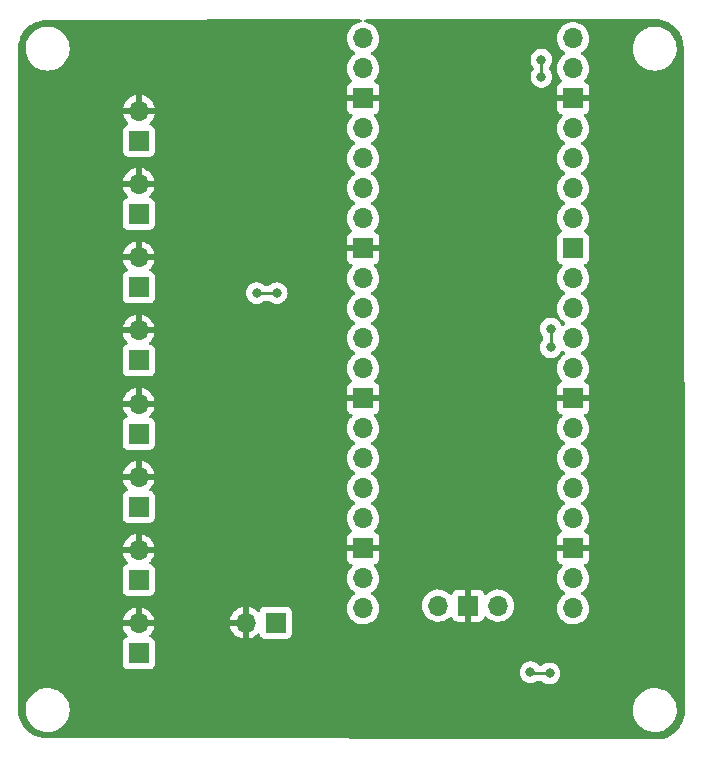
<source format=gbr>
%TF.GenerationSoftware,KiCad,Pcbnew,(6.0.7)*%
%TF.CreationDate,2023-03-24T10:01:00+01:00*%
%TF.ProjectId,PicoWS2812,5069636f-5753-4323-9831-322e6b696361,rev?*%
%TF.SameCoordinates,Original*%
%TF.FileFunction,Copper,L2,Bot*%
%TF.FilePolarity,Positive*%
%FSLAX46Y46*%
G04 Gerber Fmt 4.6, Leading zero omitted, Abs format (unit mm)*
G04 Created by KiCad (PCBNEW (6.0.7)) date 2023-03-24 10:01:00*
%MOMM*%
%LPD*%
G01*
G04 APERTURE LIST*
%TA.AperFunction,ComponentPad*%
%ADD10R,1.700000X1.700000*%
%TD*%
%TA.AperFunction,ComponentPad*%
%ADD11O,1.700000X1.700000*%
%TD*%
%TA.AperFunction,ViaPad*%
%ADD12C,0.800000*%
%TD*%
%TA.AperFunction,Conductor*%
%ADD13C,0.250000*%
%TD*%
G04 APERTURE END LIST*
D10*
%TO.P,J3,1,Pin_1*%
%TO.N,Net-(J3-Pad1)*%
X103300000Y-95200000D03*
D11*
%TO.P,J3,2,Pin_2*%
%TO.N,GND*%
X103300000Y-92660000D03*
%TD*%
D10*
%TO.P,J7,1,Pin_1*%
%TO.N,Net-(J7-Pad1)*%
X103300000Y-120000000D03*
D11*
%TO.P,J7,2,Pin_2*%
%TO.N,GND*%
X103300000Y-117460000D03*
%TD*%
D10*
%TO.P,J2,1,Pin_1*%
%TO.N,Net-(J2-Pad1)*%
X103300000Y-89000000D03*
D11*
%TO.P,J2,2,Pin_2*%
%TO.N,GND*%
X103300000Y-86460000D03*
%TD*%
D10*
%TO.P,J5,1,Pin_1*%
%TO.N,Net-(J5-Pad1)*%
X103300000Y-107600000D03*
D11*
%TO.P,J5,2,Pin_2*%
%TO.N,GND*%
X103300000Y-105060000D03*
%TD*%
D10*
%TO.P,J9,1,Pin_1*%
%TO.N,5V*%
X114900000Y-123600000D03*
D11*
%TO.P,J9,2,Pin_2*%
%TO.N,GND*%
X112360000Y-123600000D03*
%TD*%
%TO.P,U2,1,GPIO0*%
%TO.N,unconnected-(U2-Pad1)*%
X122310000Y-74125000D03*
%TO.P,U2,2,GPIO1*%
%TO.N,unconnected-(U2-Pad2)*%
X122310000Y-76665000D03*
D10*
%TO.P,U2,3,GND*%
%TO.N,GND*%
X122310000Y-79205000D03*
D11*
%TO.P,U2,4,GPIO2*%
%TO.N,Lane0*%
X122310000Y-81745000D03*
%TO.P,U2,5,GPIO3*%
%TO.N,Lane1*%
X122310000Y-84285000D03*
%TO.P,U2,6,GPIO4*%
%TO.N,Lane2*%
X122310000Y-86825000D03*
%TO.P,U2,7,GPIO5*%
%TO.N,Lane3*%
X122310000Y-89365000D03*
D10*
%TO.P,U2,8,GND*%
%TO.N,GND*%
X122310000Y-91905000D03*
D11*
%TO.P,U2,9,GPIO6*%
%TO.N,Lane4*%
X122310000Y-94445000D03*
%TO.P,U2,10,GPIO7*%
%TO.N,Lane5*%
X122310000Y-96985000D03*
%TO.P,U2,11,GPIO8*%
%TO.N,Lane6*%
X122310000Y-99525000D03*
%TO.P,U2,12,GPIO9*%
%TO.N,Lane7*%
X122310000Y-102065000D03*
D10*
%TO.P,U2,13,GND*%
%TO.N,GND*%
X122310000Y-104605000D03*
D11*
%TO.P,U2,14,GPIO10*%
%TO.N,unconnected-(U2-Pad14)*%
X122310000Y-107145000D03*
%TO.P,U2,15,GPIO11*%
%TO.N,unconnected-(U2-Pad15)*%
X122310000Y-109685000D03*
%TO.P,U2,16,GPIO12*%
%TO.N,unconnected-(U2-Pad16)*%
X122310000Y-112225000D03*
%TO.P,U2,17,GPIO13*%
%TO.N,unconnected-(U2-Pad17)*%
X122310000Y-114765000D03*
D10*
%TO.P,U2,18,GND*%
%TO.N,GND*%
X122310000Y-117305000D03*
D11*
%TO.P,U2,19,GPIO14*%
%TO.N,unconnected-(U2-Pad19)*%
X122310000Y-119845000D03*
%TO.P,U2,20,GPIO15*%
%TO.N,unconnected-(U2-Pad20)*%
X122310000Y-122385000D03*
%TO.P,U2,21,GPIO16*%
%TO.N,unconnected-(U2-Pad21)*%
X140090000Y-122385000D03*
%TO.P,U2,22,GPIO17*%
%TO.N,unconnected-(U2-Pad22)*%
X140090000Y-119845000D03*
D10*
%TO.P,U2,23,GND*%
%TO.N,GND*%
X140090000Y-117305000D03*
D11*
%TO.P,U2,24,GPIO18*%
%TO.N,unconnected-(U2-Pad24)*%
X140090000Y-114765000D03*
%TO.P,U2,25,GPIO19*%
%TO.N,unconnected-(U2-Pad25)*%
X140090000Y-112225000D03*
%TO.P,U2,26,GPIO20*%
%TO.N,unconnected-(U2-Pad26)*%
X140090000Y-109685000D03*
%TO.P,U2,27,GPIO21*%
%TO.N,unconnected-(U2-Pad27)*%
X140090000Y-107145000D03*
D10*
%TO.P,U2,28,GND*%
%TO.N,GND*%
X140090000Y-104605000D03*
D11*
%TO.P,U2,29,GPIO22*%
%TO.N,unconnected-(U2-Pad29)*%
X140090000Y-102065000D03*
%TO.P,U2,30,RUN*%
%TO.N,Reset*%
X140090000Y-99525000D03*
%TO.P,U2,31,GPIO26_ADC0*%
%TO.N,unconnected-(U2-Pad31)*%
X140090000Y-96985000D03*
%TO.P,U2,32,GPIO27_ADC1*%
%TO.N,unconnected-(U2-Pad32)*%
X140090000Y-94445000D03*
D10*
%TO.P,U2,33,AGND*%
%TO.N,unconnected-(U2-Pad33)*%
X140090000Y-91905000D03*
D11*
%TO.P,U2,34,GPIO28_ADC2*%
%TO.N,unconnected-(U2-Pad34)*%
X140090000Y-89365000D03*
%TO.P,U2,35,ADC_VREF*%
%TO.N,+3.3V*%
X140090000Y-86825000D03*
%TO.P,U2,36,3V3*%
X140090000Y-84285000D03*
%TO.P,U2,37,3V3_EN*%
%TO.N,unconnected-(U2-Pad37)*%
X140090000Y-81745000D03*
D10*
%TO.P,U2,38,GND*%
%TO.N,GND*%
X140090000Y-79205000D03*
D11*
%TO.P,U2,39,VSYS*%
%TO.N,+5V*%
X140090000Y-76665000D03*
%TO.P,U2,40,VBUS*%
%TO.N,Net-(Q1-Pad1)*%
X140090000Y-74125000D03*
%TO.P,U2,41,SWCLK*%
%TO.N,Net-(U1-Pad4)*%
X128660000Y-122155000D03*
D10*
%TO.P,U2,42,GND*%
%TO.N,GND*%
X131200000Y-122155000D03*
D11*
%TO.P,U2,43,SWDIO*%
%TO.N,Net-(U1-Pad2)*%
X133740000Y-122155000D03*
%TD*%
D10*
%TO.P,J1,1,Pin_1*%
%TO.N,Net-(J1-Pad1)*%
X103325000Y-82825000D03*
D11*
%TO.P,J1,2,Pin_2*%
%TO.N,GND*%
X103325000Y-80285000D03*
%TD*%
D10*
%TO.P,J6,1,Pin_1*%
%TO.N,Net-(J6-Pad1)*%
X103300000Y-113800000D03*
D11*
%TO.P,J6,2,Pin_2*%
%TO.N,GND*%
X103300000Y-111260000D03*
%TD*%
D10*
%TO.P,J8,1,Pin_1*%
%TO.N,Net-(J8-Pad1)*%
X103300000Y-126200000D03*
D11*
%TO.P,J8,2,Pin_2*%
%TO.N,GND*%
X103300000Y-123660000D03*
%TD*%
D10*
%TO.P,J4,1,Pin_1*%
%TO.N,Net-(J4-Pad1)*%
X103300000Y-101400000D03*
D11*
%TO.P,J4,2,Pin_2*%
%TO.N,GND*%
X103300000Y-98860000D03*
%TD*%
D12*
%TO.N,GND*%
X148300000Y-100800000D03*
X136100000Y-118700000D03*
X125177982Y-73777982D03*
X129500000Y-94800000D03*
X102400000Y-132600000D03*
X94100000Y-118800000D03*
X105800000Y-129700000D03*
X113300000Y-102500000D03*
X114900000Y-107700000D03*
X136700000Y-73700000D03*
X100600000Y-111400000D03*
X148300000Y-118700000D03*
X93800000Y-87800000D03*
X148100000Y-90000000D03*
X108500000Y-132600000D03*
X135289509Y-87740462D03*
X110300000Y-73400000D03*
X109668299Y-127773602D03*
X111200000Y-87900000D03*
X125500000Y-91800000D03*
X148200000Y-94700000D03*
X94000000Y-84200000D03*
X134200000Y-96900000D03*
X148100000Y-85300000D03*
X134000000Y-82200000D03*
X104000000Y-73500000D03*
X113800000Y-132400000D03*
X116900000Y-73500000D03*
X93700000Y-94200000D03*
X140800000Y-132000000D03*
X114900000Y-116600000D03*
X120800000Y-124800000D03*
X109500000Y-121200000D03*
X113600000Y-112500000D03*
X135800000Y-105200000D03*
X145000000Y-77500000D03*
X124800000Y-84200000D03*
X93900000Y-100300000D03*
X116400000Y-112400000D03*
X132400000Y-106200000D03*
X137600000Y-132200000D03*
X100400000Y-123700000D03*
X148200000Y-126800000D03*
X119000000Y-132400000D03*
X148100000Y-79800000D03*
X100500000Y-105200000D03*
X111100000Y-94200000D03*
X100300000Y-98600000D03*
X129200000Y-118400000D03*
X107600000Y-109900000D03*
X143500000Y-128800000D03*
X148300000Y-122500000D03*
X98700000Y-128800000D03*
X148300000Y-114500000D03*
X125400000Y-106100000D03*
X111400000Y-80500000D03*
X100400000Y-92200000D03*
X125600000Y-132400000D03*
X94000000Y-78700000D03*
X118500000Y-128200000D03*
X129700000Y-102300000D03*
X148300000Y-109900000D03*
X94100000Y-106400000D03*
X94000000Y-112500000D03*
X148300000Y-104900000D03*
X136400000Y-101900000D03*
X100400000Y-80400000D03*
X115800000Y-86200000D03*
X140600000Y-125300000D03*
X94100000Y-127500000D03*
X125400000Y-98600000D03*
X113800000Y-120800000D03*
X100400000Y-86500000D03*
X100500000Y-117400000D03*
X98590894Y-73193371D03*
X94200000Y-125000000D03*
X107900000Y-116000000D03*
X132700000Y-118100000D03*
X114700000Y-99600000D03*
%TO.N,Lane0*%
X113300000Y-95700000D03*
X115000000Y-95700000D03*
%TO.N,+3.3V*%
X138200000Y-100300000D03*
X138100000Y-127900000D03*
X136475500Y-127800000D03*
X138200000Y-98700000D03*
%TO.N,Net-(Q1-Pad1)*%
X137400000Y-75940500D03*
X137400000Y-77389500D03*
%TD*%
D13*
%TO.N,Lane0*%
X113300000Y-95700000D02*
X115000000Y-95700000D01*
%TO.N,+3.3V*%
X136575500Y-127900000D02*
X136475500Y-127800000D01*
X138200000Y-98700000D02*
X138200000Y-100300000D01*
X138100000Y-127900000D02*
X136575500Y-127900000D01*
%TO.N,Net-(Q1-Pad1)*%
X137400000Y-75940500D02*
X137400000Y-77389500D01*
%TD*%
%TA.AperFunction,Conductor*%
%TO.N,GND*%
G36*
X147019722Y-72510049D02*
G01*
X147034241Y-72512309D01*
X147043117Y-72513691D01*
X147060315Y-72511442D01*
X147084256Y-72510609D01*
X147330049Y-72525476D01*
X147345154Y-72527310D01*
X147614220Y-72576617D01*
X147628993Y-72580258D01*
X147890164Y-72661642D01*
X147904382Y-72667034D01*
X148153831Y-72779302D01*
X148167296Y-72786368D01*
X148239313Y-72829904D01*
X148401406Y-72927892D01*
X148413928Y-72936536D01*
X148462529Y-72974612D01*
X148625805Y-73102530D01*
X148629256Y-73105234D01*
X148640645Y-73115324D01*
X148834067Y-73308746D01*
X148844157Y-73320134D01*
X148940798Y-73443486D01*
X149012865Y-73535473D01*
X149021507Y-73547994D01*
X149107789Y-73690720D01*
X149163025Y-73782092D01*
X149170095Y-73795563D01*
X149192466Y-73845268D01*
X149282362Y-74045008D01*
X149287756Y-74059230D01*
X149329001Y-74191590D01*
X149369140Y-74320401D01*
X149372781Y-74335174D01*
X149422089Y-74604239D01*
X149423923Y-74619343D01*
X149438351Y-74857866D01*
X149437083Y-74884843D01*
X149437083Y-74884849D01*
X149435701Y-74893724D01*
X149439881Y-74925689D01*
X149439902Y-74925849D01*
X149440965Y-74941960D01*
X149540804Y-131050973D01*
X149539304Y-131070581D01*
X149537082Y-131084849D01*
X149537082Y-131084856D01*
X149535701Y-131093724D01*
X149537950Y-131110919D01*
X149538783Y-131134863D01*
X149523915Y-131380656D01*
X149522081Y-131395760D01*
X149472773Y-131664824D01*
X149469132Y-131679597D01*
X149418911Y-131840764D01*
X149387750Y-131940762D01*
X149382356Y-131954985D01*
X149338901Y-132051537D01*
X149270089Y-132204432D01*
X149263019Y-132217904D01*
X149160031Y-132388265D01*
X149121502Y-132452000D01*
X149112859Y-132464522D01*
X148944151Y-132679861D01*
X148934061Y-132691249D01*
X148740640Y-132884670D01*
X148729251Y-132894760D01*
X148513923Y-133063458D01*
X148501401Y-133072102D01*
X148267296Y-133213623D01*
X148253841Y-133220685D01*
X148004374Y-133332961D01*
X147990157Y-133338352D01*
X147728991Y-133419734D01*
X147714218Y-133423375D01*
X147445153Y-133472682D01*
X147430048Y-133474516D01*
X147191451Y-133488948D01*
X147164812Y-133487695D01*
X147164548Y-133487692D01*
X147155669Y-133486309D01*
X147124721Y-133490356D01*
X147108143Y-133491420D01*
X95549725Y-133391595D01*
X95530598Y-133390096D01*
X95506276Y-133386309D01*
X95489077Y-133388558D01*
X95465137Y-133389391D01*
X95219344Y-133374523D01*
X95204240Y-133372689D01*
X94935175Y-133323381D01*
X94920402Y-133319740D01*
X94805265Y-133283862D01*
X94659231Y-133238356D01*
X94645013Y-133232964D01*
X94395566Y-133120696D01*
X94382096Y-133113627D01*
X94147995Y-132972108D01*
X94135473Y-132963465D01*
X93920136Y-132794759D01*
X93908748Y-132784669D01*
X93715331Y-132591252D01*
X93705241Y-132579864D01*
X93536535Y-132364527D01*
X93527892Y-132352005D01*
X93386373Y-132117904D01*
X93379302Y-132104431D01*
X93357272Y-132055482D01*
X93267036Y-131854987D01*
X93261642Y-131840764D01*
X93256024Y-131822733D01*
X93180260Y-131579598D01*
X93176619Y-131564825D01*
X93127311Y-131295760D01*
X93125477Y-131280656D01*
X93111269Y-131045767D01*
X93111454Y-131042277D01*
X93737009Y-131042277D01*
X93762625Y-131310769D01*
X93763710Y-131315203D01*
X93763711Y-131315209D01*
X93824792Y-131564825D01*
X93826731Y-131572750D01*
X93927985Y-131822733D01*
X94064265Y-132055482D01*
X94067118Y-132059049D01*
X94184686Y-132206060D01*
X94232716Y-132266119D01*
X94429809Y-132450234D01*
X94651416Y-132603968D01*
X94655499Y-132605999D01*
X94655502Y-132606001D01*
X94771013Y-132663466D01*
X94892894Y-132724101D01*
X94897228Y-132725522D01*
X94897231Y-132725523D01*
X95144853Y-132806698D01*
X95144859Y-132806699D01*
X95149186Y-132808118D01*
X95153677Y-132808898D01*
X95153678Y-132808898D01*
X95411140Y-132853601D01*
X95411148Y-132853602D01*
X95414921Y-132854257D01*
X95418758Y-132854448D01*
X95498578Y-132858422D01*
X95498586Y-132858422D01*
X95500149Y-132858500D01*
X95668512Y-132858500D01*
X95670780Y-132858335D01*
X95670792Y-132858335D01*
X95801884Y-132848823D01*
X95869004Y-132843953D01*
X95873459Y-132842969D01*
X95873462Y-132842969D01*
X96127912Y-132786791D01*
X96127916Y-132786790D01*
X96132372Y-132785806D01*
X96258480Y-132738028D01*
X96380318Y-132691868D01*
X96380321Y-132691867D01*
X96384588Y-132690250D01*
X96620368Y-132559286D01*
X96834773Y-132395657D01*
X97023312Y-132202792D01*
X97182034Y-131984730D01*
X97265190Y-131826676D01*
X97305490Y-131750079D01*
X97305493Y-131750073D01*
X97307615Y-131746039D01*
X97331079Y-131679597D01*
X97395902Y-131496033D01*
X97395902Y-131496032D01*
X97397425Y-131491720D01*
X97449581Y-131227100D01*
X97454830Y-131121667D01*
X97458782Y-131042277D01*
X145137009Y-131042277D01*
X145162625Y-131310769D01*
X145163710Y-131315203D01*
X145163711Y-131315209D01*
X145224792Y-131564825D01*
X145226731Y-131572750D01*
X145327985Y-131822733D01*
X145464265Y-132055482D01*
X145467118Y-132059049D01*
X145584686Y-132206060D01*
X145632716Y-132266119D01*
X145829809Y-132450234D01*
X146051416Y-132603968D01*
X146055499Y-132605999D01*
X146055502Y-132606001D01*
X146171013Y-132663466D01*
X146292894Y-132724101D01*
X146297228Y-132725522D01*
X146297231Y-132725523D01*
X146544853Y-132806698D01*
X146544859Y-132806699D01*
X146549186Y-132808118D01*
X146553677Y-132808898D01*
X146553678Y-132808898D01*
X146811140Y-132853601D01*
X146811148Y-132853602D01*
X146814921Y-132854257D01*
X146818758Y-132854448D01*
X146898578Y-132858422D01*
X146898586Y-132858422D01*
X146900149Y-132858500D01*
X147068512Y-132858500D01*
X147070780Y-132858335D01*
X147070792Y-132858335D01*
X147201884Y-132848823D01*
X147269004Y-132843953D01*
X147273459Y-132842969D01*
X147273462Y-132842969D01*
X147527912Y-132786791D01*
X147527916Y-132786790D01*
X147532372Y-132785806D01*
X147658480Y-132738028D01*
X147780318Y-132691868D01*
X147780321Y-132691867D01*
X147784588Y-132690250D01*
X148020368Y-132559286D01*
X148234773Y-132395657D01*
X148423312Y-132202792D01*
X148582034Y-131984730D01*
X148665190Y-131826676D01*
X148705490Y-131750079D01*
X148705493Y-131750073D01*
X148707615Y-131746039D01*
X148731079Y-131679597D01*
X148795902Y-131496033D01*
X148795902Y-131496032D01*
X148797425Y-131491720D01*
X148849581Y-131227100D01*
X148854830Y-131121667D01*
X148862764Y-130962292D01*
X148862764Y-130962286D01*
X148862991Y-130957723D01*
X148837375Y-130689231D01*
X148792042Y-130503967D01*
X148774355Y-130431688D01*
X148773269Y-130427250D01*
X148672015Y-130177267D01*
X148535735Y-129944518D01*
X148417928Y-129797208D01*
X148370136Y-129737447D01*
X148370135Y-129737445D01*
X148367284Y-129733881D01*
X148170191Y-129549766D01*
X147948584Y-129396032D01*
X147944501Y-129394001D01*
X147944498Y-129393999D01*
X147779606Y-129311967D01*
X147707106Y-129275899D01*
X147702772Y-129274478D01*
X147702769Y-129274477D01*
X147455147Y-129193302D01*
X147455141Y-129193301D01*
X147450814Y-129191882D01*
X147446322Y-129191102D01*
X147188860Y-129146399D01*
X147188852Y-129146398D01*
X147185079Y-129145743D01*
X147173817Y-129145182D01*
X147101422Y-129141578D01*
X147101414Y-129141578D01*
X147099851Y-129141500D01*
X146931488Y-129141500D01*
X146929220Y-129141665D01*
X146929208Y-129141665D01*
X146798116Y-129151177D01*
X146730996Y-129156047D01*
X146726541Y-129157031D01*
X146726538Y-129157031D01*
X146472088Y-129213209D01*
X146472084Y-129213210D01*
X146467628Y-129214194D01*
X146341520Y-129261972D01*
X146219682Y-129308132D01*
X146219679Y-129308133D01*
X146215412Y-129309750D01*
X145979632Y-129440714D01*
X145765227Y-129604343D01*
X145576688Y-129797208D01*
X145417966Y-130015270D01*
X145415844Y-130019304D01*
X145294510Y-130249921D01*
X145294507Y-130249927D01*
X145292385Y-130253961D01*
X145290865Y-130258266D01*
X145290863Y-130258270D01*
X145204098Y-130503967D01*
X145202575Y-130508280D01*
X145150419Y-130772900D01*
X145150192Y-130777453D01*
X145150192Y-130777456D01*
X145138008Y-131022216D01*
X145137009Y-131042277D01*
X97458782Y-131042277D01*
X97462764Y-130962292D01*
X97462764Y-130962286D01*
X97462991Y-130957723D01*
X97437375Y-130689231D01*
X97392042Y-130503967D01*
X97374355Y-130431688D01*
X97373269Y-130427250D01*
X97272015Y-130177267D01*
X97135735Y-129944518D01*
X97017928Y-129797208D01*
X96970136Y-129737447D01*
X96970135Y-129737445D01*
X96967284Y-129733881D01*
X96770191Y-129549766D01*
X96548584Y-129396032D01*
X96544501Y-129394001D01*
X96544498Y-129393999D01*
X96379606Y-129311967D01*
X96307106Y-129275899D01*
X96302772Y-129274478D01*
X96302769Y-129274477D01*
X96055147Y-129193302D01*
X96055141Y-129193301D01*
X96050814Y-129191882D01*
X96046322Y-129191102D01*
X95788860Y-129146399D01*
X95788852Y-129146398D01*
X95785079Y-129145743D01*
X95773817Y-129145182D01*
X95701422Y-129141578D01*
X95701414Y-129141578D01*
X95699851Y-129141500D01*
X95531488Y-129141500D01*
X95529220Y-129141665D01*
X95529208Y-129141665D01*
X95398116Y-129151177D01*
X95330996Y-129156047D01*
X95326541Y-129157031D01*
X95326538Y-129157031D01*
X95072088Y-129213209D01*
X95072084Y-129213210D01*
X95067628Y-129214194D01*
X94941520Y-129261972D01*
X94819682Y-129308132D01*
X94819679Y-129308133D01*
X94815412Y-129309750D01*
X94579632Y-129440714D01*
X94365227Y-129604343D01*
X94176688Y-129797208D01*
X94017966Y-130015270D01*
X94015844Y-130019304D01*
X93894510Y-130249921D01*
X93894507Y-130249927D01*
X93892385Y-130253961D01*
X93890865Y-130258266D01*
X93890863Y-130258270D01*
X93804098Y-130503967D01*
X93802575Y-130508280D01*
X93750419Y-130772900D01*
X93750192Y-130777453D01*
X93750192Y-130777456D01*
X93738008Y-131022216D01*
X93737009Y-131042277D01*
X93111454Y-131042277D01*
X93112520Y-131022216D01*
X93112334Y-131022199D01*
X93112769Y-131017350D01*
X93113576Y-131012552D01*
X93113729Y-131000000D01*
X93109773Y-130972376D01*
X93108500Y-130954514D01*
X93108500Y-127800000D01*
X135561996Y-127800000D01*
X135581958Y-127989928D01*
X135640973Y-128171556D01*
X135736460Y-128336944D01*
X135864247Y-128478866D01*
X135963343Y-128550864D01*
X136007224Y-128582745D01*
X136018748Y-128591118D01*
X136024776Y-128593802D01*
X136024778Y-128593803D01*
X136187181Y-128666109D01*
X136193212Y-128668794D01*
X136279979Y-128687237D01*
X136373556Y-128707128D01*
X136373561Y-128707128D01*
X136380013Y-128708500D01*
X136570987Y-128708500D01*
X136577439Y-128707128D01*
X136577444Y-128707128D01*
X136671021Y-128687237D01*
X136757788Y-128668794D01*
X136763819Y-128666109D01*
X136926222Y-128593803D01*
X136926224Y-128593802D01*
X136932252Y-128591118D01*
X136943777Y-128582745D01*
X136978435Y-128557564D01*
X137045303Y-128533706D01*
X137052496Y-128533500D01*
X137391800Y-128533500D01*
X137459921Y-128553502D01*
X137479147Y-128569843D01*
X137479420Y-128569540D01*
X137484332Y-128573963D01*
X137488747Y-128578866D01*
X137643248Y-128691118D01*
X137649276Y-128693802D01*
X137649278Y-128693803D01*
X137811681Y-128766109D01*
X137817712Y-128768794D01*
X137911112Y-128788647D01*
X137998056Y-128807128D01*
X137998061Y-128807128D01*
X138004513Y-128808500D01*
X138195487Y-128808500D01*
X138201939Y-128807128D01*
X138201944Y-128807128D01*
X138288888Y-128788647D01*
X138382288Y-128768794D01*
X138388319Y-128766109D01*
X138550722Y-128693803D01*
X138550724Y-128693802D01*
X138556752Y-128691118D01*
X138711253Y-128578866D01*
X138719650Y-128569540D01*
X138834621Y-128441852D01*
X138834622Y-128441851D01*
X138839040Y-128436944D01*
X138934527Y-128271556D01*
X138993542Y-128089928D01*
X139003393Y-127996206D01*
X139012814Y-127906565D01*
X139013504Y-127900000D01*
X138993542Y-127710072D01*
X138934527Y-127528444D01*
X138839040Y-127363056D01*
X138779298Y-127296705D01*
X138715675Y-127226045D01*
X138715674Y-127226044D01*
X138711253Y-127221134D01*
X138580375Y-127126045D01*
X138562094Y-127112763D01*
X138562093Y-127112762D01*
X138556752Y-127108882D01*
X138550724Y-127106198D01*
X138550722Y-127106197D01*
X138388319Y-127033891D01*
X138388318Y-127033891D01*
X138382288Y-127031206D01*
X138288887Y-127011353D01*
X138201944Y-126992872D01*
X138201939Y-126992872D01*
X138195487Y-126991500D01*
X138004513Y-126991500D01*
X137998061Y-126992872D01*
X137998056Y-126992872D01*
X137911113Y-127011353D01*
X137817712Y-127031206D01*
X137811682Y-127033891D01*
X137811681Y-127033891D01*
X137649278Y-127106197D01*
X137649276Y-127106198D01*
X137643248Y-127108882D01*
X137637907Y-127112762D01*
X137637906Y-127112763D01*
X137619625Y-127126045D01*
X137488747Y-127221134D01*
X137484332Y-127226037D01*
X137479420Y-127230460D01*
X137478295Y-127229211D01*
X137424986Y-127262051D01*
X137391800Y-127266500D01*
X137273739Y-127266500D01*
X137205618Y-127246498D01*
X137180103Y-127224810D01*
X137173301Y-127217255D01*
X137086753Y-127121134D01*
X136932252Y-127008882D01*
X136926224Y-127006198D01*
X136926222Y-127006197D01*
X136763819Y-126933891D01*
X136763818Y-126933891D01*
X136757788Y-126931206D01*
X136664387Y-126911353D01*
X136577444Y-126892872D01*
X136577439Y-126892872D01*
X136570987Y-126891500D01*
X136380013Y-126891500D01*
X136373561Y-126892872D01*
X136373556Y-126892872D01*
X136286613Y-126911353D01*
X136193212Y-126931206D01*
X136187182Y-126933891D01*
X136187181Y-126933891D01*
X136024778Y-127006197D01*
X136024776Y-127006198D01*
X136018748Y-127008882D01*
X135864247Y-127121134D01*
X135859826Y-127126044D01*
X135859825Y-127126045D01*
X135765810Y-127230460D01*
X135736460Y-127263056D01*
X135640973Y-127428444D01*
X135581958Y-127610072D01*
X135581268Y-127616633D01*
X135581268Y-127616635D01*
X135571448Y-127710072D01*
X135561996Y-127800000D01*
X93108500Y-127800000D01*
X93108500Y-127098134D01*
X101941500Y-127098134D01*
X101948255Y-127160316D01*
X101999385Y-127296705D01*
X102086739Y-127413261D01*
X102203295Y-127500615D01*
X102339684Y-127551745D01*
X102401866Y-127558500D01*
X104198134Y-127558500D01*
X104260316Y-127551745D01*
X104396705Y-127500615D01*
X104513261Y-127413261D01*
X104600615Y-127296705D01*
X104651745Y-127160316D01*
X104658500Y-127098134D01*
X104658500Y-125301866D01*
X104651745Y-125239684D01*
X104600615Y-125103295D01*
X104513261Y-124986739D01*
X104396705Y-124899385D01*
X104277687Y-124854767D01*
X104220923Y-124812125D01*
X104196223Y-124745564D01*
X104211430Y-124676215D01*
X104232977Y-124647535D01*
X104334052Y-124546812D01*
X104340730Y-124538965D01*
X104465003Y-124366020D01*
X104470313Y-124357183D01*
X104564670Y-124166267D01*
X104568469Y-124156672D01*
X104630377Y-123952910D01*
X104632555Y-123942837D01*
X104633986Y-123931962D01*
X104631775Y-123917778D01*
X104618617Y-123914000D01*
X101983225Y-123914000D01*
X101969694Y-123917973D01*
X101968257Y-123927966D01*
X101998565Y-124062446D01*
X102001645Y-124072275D01*
X102081770Y-124269603D01*
X102086413Y-124278794D01*
X102197694Y-124460388D01*
X102203777Y-124468699D01*
X102343213Y-124629667D01*
X102350577Y-124636879D01*
X102355522Y-124640985D01*
X102395156Y-124699889D01*
X102396653Y-124770870D01*
X102359537Y-124831392D01*
X102319264Y-124855910D01*
X102211705Y-124896232D01*
X102211704Y-124896233D01*
X102203295Y-124899385D01*
X102086739Y-124986739D01*
X101999385Y-125103295D01*
X101948255Y-125239684D01*
X101941500Y-125301866D01*
X101941500Y-127098134D01*
X93108500Y-127098134D01*
X93108500Y-123867966D01*
X111028257Y-123867966D01*
X111058565Y-124002446D01*
X111061645Y-124012275D01*
X111141770Y-124209603D01*
X111146413Y-124218794D01*
X111257694Y-124400388D01*
X111263777Y-124408699D01*
X111403213Y-124569667D01*
X111410580Y-124576883D01*
X111574434Y-124712916D01*
X111582881Y-124718831D01*
X111766756Y-124826279D01*
X111776042Y-124830729D01*
X111975001Y-124906703D01*
X111984899Y-124909579D01*
X112088250Y-124930606D01*
X112102299Y-124929410D01*
X112106000Y-124919065D01*
X112106000Y-124918517D01*
X112614000Y-124918517D01*
X112618064Y-124932359D01*
X112631478Y-124934393D01*
X112638184Y-124933534D01*
X112648262Y-124931392D01*
X112852255Y-124870191D01*
X112861842Y-124866433D01*
X113053095Y-124772739D01*
X113061945Y-124767464D01*
X113235328Y-124643792D01*
X113243193Y-124637145D01*
X113347897Y-124532805D01*
X113410268Y-124498889D01*
X113481075Y-124504077D01*
X113537837Y-124546723D01*
X113554819Y-124577826D01*
X113576957Y-124636879D01*
X113599385Y-124696705D01*
X113686739Y-124813261D01*
X113803295Y-124900615D01*
X113939684Y-124951745D01*
X114001866Y-124958500D01*
X115798134Y-124958500D01*
X115860316Y-124951745D01*
X115996705Y-124900615D01*
X116113261Y-124813261D01*
X116200615Y-124696705D01*
X116251745Y-124560316D01*
X116258500Y-124498134D01*
X116258500Y-122701866D01*
X116251745Y-122639684D01*
X116200615Y-122503295D01*
X116113261Y-122386739D01*
X116066502Y-122351695D01*
X120947251Y-122351695D01*
X120947548Y-122356848D01*
X120947548Y-122356851D01*
X120952921Y-122450036D01*
X120960110Y-122574715D01*
X120961247Y-122579761D01*
X120961248Y-122579767D01*
X120980007Y-122663004D01*
X121009222Y-122792639D01*
X121093266Y-122999616D01*
X121209987Y-123190088D01*
X121356250Y-123358938D01*
X121528126Y-123501632D01*
X121721000Y-123614338D01*
X121929692Y-123694030D01*
X121934760Y-123695061D01*
X121934763Y-123695062D01*
X122042017Y-123716883D01*
X122148597Y-123738567D01*
X122153772Y-123738757D01*
X122153774Y-123738757D01*
X122366673Y-123746564D01*
X122366677Y-123746564D01*
X122371837Y-123746753D01*
X122376957Y-123746097D01*
X122376959Y-123746097D01*
X122588288Y-123719025D01*
X122588289Y-123719025D01*
X122593416Y-123718368D01*
X122598366Y-123716883D01*
X122802429Y-123655661D01*
X122802434Y-123655659D01*
X122807384Y-123654174D01*
X123007994Y-123555896D01*
X123189860Y-123426173D01*
X123211781Y-123404329D01*
X123290488Y-123325896D01*
X123348096Y-123268489D01*
X123402679Y-123192529D01*
X123475435Y-123091277D01*
X123478453Y-123087077D01*
X123483341Y-123077188D01*
X123575136Y-122891453D01*
X123575137Y-122891451D01*
X123577430Y-122886811D01*
X123632583Y-122705283D01*
X123640865Y-122678023D01*
X123640865Y-122678021D01*
X123642370Y-122673069D01*
X123671529Y-122451590D01*
X123672638Y-122406209D01*
X123673074Y-122388365D01*
X123673074Y-122388361D01*
X123673156Y-122385000D01*
X123654852Y-122162361D01*
X123644637Y-122121695D01*
X127297251Y-122121695D01*
X127297548Y-122126848D01*
X127297548Y-122126851D01*
X127306557Y-122283102D01*
X127310110Y-122344715D01*
X127311247Y-122349761D01*
X127311248Y-122349767D01*
X127323968Y-122406209D01*
X127359222Y-122562639D01*
X127443266Y-122769616D01*
X127460307Y-122797425D01*
X127542544Y-122931623D01*
X127559987Y-122960088D01*
X127706250Y-123128938D01*
X127878126Y-123271632D01*
X128071000Y-123384338D01*
X128075825Y-123386180D01*
X128075826Y-123386181D01*
X128123351Y-123404329D01*
X128279692Y-123464030D01*
X128284760Y-123465061D01*
X128284763Y-123465062D01*
X128392017Y-123486883D01*
X128498597Y-123508567D01*
X128503772Y-123508757D01*
X128503774Y-123508757D01*
X128716673Y-123516564D01*
X128716677Y-123516564D01*
X128721837Y-123516753D01*
X128726957Y-123516097D01*
X128726959Y-123516097D01*
X128938288Y-123489025D01*
X128938289Y-123489025D01*
X128943416Y-123488368D01*
X128948366Y-123486883D01*
X129152429Y-123425661D01*
X129152434Y-123425659D01*
X129157384Y-123424174D01*
X129357994Y-123325896D01*
X129539860Y-123196173D01*
X129545967Y-123190088D01*
X129648479Y-123087933D01*
X129710851Y-123054017D01*
X129781658Y-123059205D01*
X129838419Y-123101851D01*
X129855401Y-123132954D01*
X129896676Y-123243054D01*
X129905214Y-123258649D01*
X129981715Y-123360724D01*
X129994276Y-123373285D01*
X130096351Y-123449786D01*
X130111946Y-123458324D01*
X130232394Y-123503478D01*
X130247649Y-123507105D01*
X130298514Y-123512631D01*
X130305328Y-123513000D01*
X130927885Y-123513000D01*
X130943124Y-123508525D01*
X130944329Y-123507135D01*
X130946000Y-123499452D01*
X130946000Y-123494884D01*
X131454000Y-123494884D01*
X131458475Y-123510123D01*
X131459865Y-123511328D01*
X131467548Y-123512999D01*
X132094669Y-123512999D01*
X132101490Y-123512629D01*
X132152352Y-123507105D01*
X132167604Y-123503479D01*
X132288054Y-123458324D01*
X132303649Y-123449786D01*
X132405724Y-123373285D01*
X132418285Y-123360724D01*
X132494786Y-123258649D01*
X132503324Y-123243054D01*
X132544225Y-123133952D01*
X132586867Y-123077188D01*
X132653428Y-123052488D01*
X132722777Y-123067696D01*
X132757444Y-123095684D01*
X132782865Y-123125031D01*
X132782869Y-123125035D01*
X132786250Y-123128938D01*
X132958126Y-123271632D01*
X133151000Y-123384338D01*
X133155825Y-123386180D01*
X133155826Y-123386181D01*
X133203351Y-123404329D01*
X133359692Y-123464030D01*
X133364760Y-123465061D01*
X133364763Y-123465062D01*
X133472017Y-123486883D01*
X133578597Y-123508567D01*
X133583772Y-123508757D01*
X133583774Y-123508757D01*
X133796673Y-123516564D01*
X133796677Y-123516564D01*
X133801837Y-123516753D01*
X133806957Y-123516097D01*
X133806959Y-123516097D01*
X134018288Y-123489025D01*
X134018289Y-123489025D01*
X134023416Y-123488368D01*
X134028366Y-123486883D01*
X134232429Y-123425661D01*
X134232434Y-123425659D01*
X134237384Y-123424174D01*
X134437994Y-123325896D01*
X134619860Y-123196173D01*
X134625967Y-123190088D01*
X134733993Y-123082438D01*
X134778096Y-123038489D01*
X134811773Y-122991623D01*
X134905435Y-122861277D01*
X134908453Y-122857077D01*
X134924427Y-122824757D01*
X135005136Y-122661453D01*
X135005137Y-122661451D01*
X135007430Y-122656811D01*
X135072370Y-122443069D01*
X135084400Y-122351695D01*
X138727251Y-122351695D01*
X138727548Y-122356848D01*
X138727548Y-122356851D01*
X138732921Y-122450036D01*
X138740110Y-122574715D01*
X138741247Y-122579761D01*
X138741248Y-122579767D01*
X138760007Y-122663004D01*
X138789222Y-122792639D01*
X138873266Y-122999616D01*
X138989987Y-123190088D01*
X139136250Y-123358938D01*
X139308126Y-123501632D01*
X139501000Y-123614338D01*
X139709692Y-123694030D01*
X139714760Y-123695061D01*
X139714763Y-123695062D01*
X139822017Y-123716883D01*
X139928597Y-123738567D01*
X139933772Y-123738757D01*
X139933774Y-123738757D01*
X140146673Y-123746564D01*
X140146677Y-123746564D01*
X140151837Y-123746753D01*
X140156957Y-123746097D01*
X140156959Y-123746097D01*
X140368288Y-123719025D01*
X140368289Y-123719025D01*
X140373416Y-123718368D01*
X140378366Y-123716883D01*
X140582429Y-123655661D01*
X140582434Y-123655659D01*
X140587384Y-123654174D01*
X140787994Y-123555896D01*
X140969860Y-123426173D01*
X140991781Y-123404329D01*
X141070488Y-123325896D01*
X141128096Y-123268489D01*
X141182679Y-123192529D01*
X141255435Y-123091277D01*
X141258453Y-123087077D01*
X141263341Y-123077188D01*
X141355136Y-122891453D01*
X141355137Y-122891451D01*
X141357430Y-122886811D01*
X141412583Y-122705283D01*
X141420865Y-122678023D01*
X141420865Y-122678021D01*
X141422370Y-122673069D01*
X141451529Y-122451590D01*
X141452638Y-122406209D01*
X141453074Y-122388365D01*
X141453074Y-122388361D01*
X141453156Y-122385000D01*
X141434852Y-122162361D01*
X141380431Y-121945702D01*
X141291354Y-121740840D01*
X141170014Y-121553277D01*
X141019670Y-121388051D01*
X141015619Y-121384852D01*
X141015615Y-121384848D01*
X140848414Y-121252800D01*
X140848410Y-121252798D01*
X140844359Y-121249598D01*
X140803053Y-121226796D01*
X140753084Y-121176364D01*
X140738312Y-121106921D01*
X140763428Y-121040516D01*
X140790780Y-121013909D01*
X140855542Y-120967715D01*
X140969860Y-120886173D01*
X141128096Y-120728489D01*
X141187594Y-120645689D01*
X141255435Y-120551277D01*
X141258453Y-120547077D01*
X141357430Y-120346811D01*
X141422370Y-120133069D01*
X141451529Y-119911590D01*
X141453156Y-119845000D01*
X141434852Y-119622361D01*
X141380431Y-119405702D01*
X141291354Y-119200840D01*
X141192180Y-119047540D01*
X141172822Y-119017617D01*
X141172820Y-119017614D01*
X141170014Y-119013277D01*
X141166540Y-119009459D01*
X141166533Y-119009450D01*
X141022435Y-118851088D01*
X140991383Y-118787242D01*
X140999779Y-118716744D01*
X141044956Y-118661976D01*
X141071400Y-118648307D01*
X141178052Y-118608325D01*
X141193649Y-118599786D01*
X141295724Y-118523285D01*
X141308285Y-118510724D01*
X141384786Y-118408649D01*
X141393324Y-118393054D01*
X141438478Y-118272606D01*
X141442105Y-118257351D01*
X141447631Y-118206486D01*
X141448000Y-118199672D01*
X141448000Y-117577115D01*
X141443525Y-117561876D01*
X141442135Y-117560671D01*
X141434452Y-117559000D01*
X138750116Y-117559000D01*
X138734877Y-117563475D01*
X138733672Y-117564865D01*
X138732001Y-117572548D01*
X138732001Y-118199669D01*
X138732371Y-118206490D01*
X138737895Y-118257352D01*
X138741521Y-118272604D01*
X138786676Y-118393054D01*
X138795214Y-118408649D01*
X138871715Y-118510724D01*
X138884276Y-118523285D01*
X138986351Y-118599786D01*
X139001946Y-118608324D01*
X139110827Y-118649142D01*
X139167591Y-118691784D01*
X139192291Y-118758345D01*
X139177083Y-118827694D01*
X139157691Y-118854175D01*
X139117618Y-118896109D01*
X139030629Y-118987138D01*
X139027715Y-118991410D01*
X139027714Y-118991411D01*
X138954684Y-119098469D01*
X138904743Y-119171680D01*
X138810688Y-119374305D01*
X138750989Y-119589570D01*
X138727251Y-119811695D01*
X138727548Y-119816848D01*
X138727548Y-119816851D01*
X138733011Y-119911590D01*
X138740110Y-120034715D01*
X138741247Y-120039761D01*
X138741248Y-120039767D01*
X138761119Y-120127939D01*
X138789222Y-120252639D01*
X138873266Y-120459616D01*
X138989987Y-120650088D01*
X139136250Y-120818938D01*
X139308126Y-120961632D01*
X139318536Y-120967715D01*
X139381445Y-121004476D01*
X139430169Y-121056114D01*
X139443240Y-121125897D01*
X139416509Y-121191669D01*
X139376055Y-121225027D01*
X139363607Y-121231507D01*
X139359474Y-121234610D01*
X139359471Y-121234612D01*
X139189100Y-121362530D01*
X139184965Y-121365635D01*
X139181393Y-121369373D01*
X139041665Y-121515590D01*
X139030629Y-121527138D01*
X138904743Y-121711680D01*
X138889003Y-121745590D01*
X138817528Y-121899570D01*
X138810688Y-121914305D01*
X138750989Y-122129570D01*
X138727251Y-122351695D01*
X135084400Y-122351695D01*
X135101529Y-122221590D01*
X135103156Y-122155000D01*
X135084852Y-121932361D01*
X135030431Y-121715702D01*
X134941354Y-121510840D01*
X134820014Y-121323277D01*
X134669670Y-121158051D01*
X134665619Y-121154852D01*
X134665615Y-121154848D01*
X134498414Y-121022800D01*
X134498410Y-121022798D01*
X134494359Y-121019598D01*
X134484054Y-121013909D01*
X134442136Y-120990769D01*
X134298789Y-120911638D01*
X134293920Y-120909914D01*
X134293916Y-120909912D01*
X134093087Y-120838795D01*
X134093083Y-120838794D01*
X134088212Y-120837069D01*
X134083119Y-120836162D01*
X134083116Y-120836161D01*
X133873373Y-120798800D01*
X133873367Y-120798799D01*
X133868284Y-120797894D01*
X133794452Y-120796992D01*
X133650081Y-120795228D01*
X133650079Y-120795228D01*
X133644911Y-120795165D01*
X133424091Y-120828955D01*
X133211756Y-120898357D01*
X133013607Y-121001507D01*
X133009474Y-121004610D01*
X133009471Y-121004612D01*
X132844658Y-121128357D01*
X132834965Y-121135635D01*
X132831393Y-121139373D01*
X132753898Y-121220466D01*
X132692374Y-121255895D01*
X132621462Y-121252438D01*
X132563676Y-121211192D01*
X132544823Y-121177644D01*
X132503324Y-121066946D01*
X132494786Y-121051351D01*
X132418285Y-120949276D01*
X132405724Y-120936715D01*
X132303649Y-120860214D01*
X132288054Y-120851676D01*
X132167606Y-120806522D01*
X132152351Y-120802895D01*
X132101486Y-120797369D01*
X132094672Y-120797000D01*
X131472115Y-120797000D01*
X131456876Y-120801475D01*
X131455671Y-120802865D01*
X131454000Y-120810548D01*
X131454000Y-123494884D01*
X130946000Y-123494884D01*
X130946000Y-120815116D01*
X130941525Y-120799877D01*
X130940135Y-120798672D01*
X130932452Y-120797001D01*
X130305331Y-120797001D01*
X130298510Y-120797371D01*
X130247648Y-120802895D01*
X130232396Y-120806521D01*
X130111946Y-120851676D01*
X130096351Y-120860214D01*
X129994276Y-120936715D01*
X129981715Y-120949276D01*
X129905214Y-121051351D01*
X129896676Y-121066946D01*
X129855297Y-121177322D01*
X129812655Y-121234087D01*
X129746093Y-121258786D01*
X129676744Y-121243578D01*
X129644121Y-121217891D01*
X129593151Y-121161876D01*
X129593145Y-121161870D01*
X129589670Y-121158051D01*
X129585619Y-121154852D01*
X129585615Y-121154848D01*
X129418414Y-121022800D01*
X129418410Y-121022798D01*
X129414359Y-121019598D01*
X129404054Y-121013909D01*
X129362136Y-120990769D01*
X129218789Y-120911638D01*
X129213920Y-120909914D01*
X129213916Y-120909912D01*
X129013087Y-120838795D01*
X129013083Y-120838794D01*
X129008212Y-120837069D01*
X129003119Y-120836162D01*
X129003116Y-120836161D01*
X128793373Y-120798800D01*
X128793367Y-120798799D01*
X128788284Y-120797894D01*
X128714452Y-120796992D01*
X128570081Y-120795228D01*
X128570079Y-120795228D01*
X128564911Y-120795165D01*
X128344091Y-120828955D01*
X128131756Y-120898357D01*
X127933607Y-121001507D01*
X127929474Y-121004610D01*
X127929471Y-121004612D01*
X127764658Y-121128357D01*
X127754965Y-121135635D01*
X127716043Y-121176364D01*
X127663348Y-121231507D01*
X127600629Y-121297138D01*
X127597715Y-121301410D01*
X127597714Y-121301411D01*
X127551354Y-121369373D01*
X127474743Y-121481680D01*
X127380688Y-121684305D01*
X127320989Y-121899570D01*
X127297251Y-122121695D01*
X123644637Y-122121695D01*
X123600431Y-121945702D01*
X123511354Y-121740840D01*
X123390014Y-121553277D01*
X123239670Y-121388051D01*
X123235619Y-121384852D01*
X123235615Y-121384848D01*
X123068414Y-121252800D01*
X123068410Y-121252798D01*
X123064359Y-121249598D01*
X123023053Y-121226796D01*
X122973084Y-121176364D01*
X122958312Y-121106921D01*
X122983428Y-121040516D01*
X123010780Y-121013909D01*
X123075542Y-120967715D01*
X123189860Y-120886173D01*
X123348096Y-120728489D01*
X123407594Y-120645689D01*
X123475435Y-120551277D01*
X123478453Y-120547077D01*
X123577430Y-120346811D01*
X123642370Y-120133069D01*
X123671529Y-119911590D01*
X123673156Y-119845000D01*
X123654852Y-119622361D01*
X123600431Y-119405702D01*
X123511354Y-119200840D01*
X123412180Y-119047540D01*
X123392822Y-119017617D01*
X123392820Y-119017614D01*
X123390014Y-119013277D01*
X123386540Y-119009459D01*
X123386533Y-119009450D01*
X123242435Y-118851088D01*
X123211383Y-118787242D01*
X123219779Y-118716744D01*
X123264956Y-118661976D01*
X123291400Y-118648307D01*
X123398052Y-118608325D01*
X123413649Y-118599786D01*
X123515724Y-118523285D01*
X123528285Y-118510724D01*
X123604786Y-118408649D01*
X123613324Y-118393054D01*
X123658478Y-118272606D01*
X123662105Y-118257351D01*
X123667631Y-118206486D01*
X123668000Y-118199672D01*
X123668000Y-117577115D01*
X123663525Y-117561876D01*
X123662135Y-117560671D01*
X123654452Y-117559000D01*
X120970116Y-117559000D01*
X120954877Y-117563475D01*
X120953672Y-117564865D01*
X120952001Y-117572548D01*
X120952001Y-118199669D01*
X120952371Y-118206490D01*
X120957895Y-118257352D01*
X120961521Y-118272604D01*
X121006676Y-118393054D01*
X121015214Y-118408649D01*
X121091715Y-118510724D01*
X121104276Y-118523285D01*
X121206351Y-118599786D01*
X121221946Y-118608324D01*
X121330827Y-118649142D01*
X121387591Y-118691784D01*
X121412291Y-118758345D01*
X121397083Y-118827694D01*
X121377691Y-118854175D01*
X121337618Y-118896109D01*
X121250629Y-118987138D01*
X121247715Y-118991410D01*
X121247714Y-118991411D01*
X121174684Y-119098469D01*
X121124743Y-119171680D01*
X121030688Y-119374305D01*
X120970989Y-119589570D01*
X120947251Y-119811695D01*
X120947548Y-119816848D01*
X120947548Y-119816851D01*
X120953011Y-119911590D01*
X120960110Y-120034715D01*
X120961247Y-120039761D01*
X120961248Y-120039767D01*
X120981119Y-120127939D01*
X121009222Y-120252639D01*
X121093266Y-120459616D01*
X121209987Y-120650088D01*
X121356250Y-120818938D01*
X121528126Y-120961632D01*
X121538536Y-120967715D01*
X121601445Y-121004476D01*
X121650169Y-121056114D01*
X121663240Y-121125897D01*
X121636509Y-121191669D01*
X121596055Y-121225027D01*
X121583607Y-121231507D01*
X121579474Y-121234610D01*
X121579471Y-121234612D01*
X121409100Y-121362530D01*
X121404965Y-121365635D01*
X121401393Y-121369373D01*
X121261665Y-121515590D01*
X121250629Y-121527138D01*
X121124743Y-121711680D01*
X121109003Y-121745590D01*
X121037528Y-121899570D01*
X121030688Y-121914305D01*
X120970989Y-122129570D01*
X120947251Y-122351695D01*
X116066502Y-122351695D01*
X115996705Y-122299385D01*
X115860316Y-122248255D01*
X115798134Y-122241500D01*
X114001866Y-122241500D01*
X113939684Y-122248255D01*
X113803295Y-122299385D01*
X113686739Y-122386739D01*
X113599385Y-122503295D01*
X113596233Y-122511703D01*
X113596232Y-122511705D01*
X113554722Y-122622433D01*
X113512081Y-122679198D01*
X113445519Y-122703898D01*
X113376170Y-122688691D01*
X113343546Y-122663004D01*
X113292799Y-122607234D01*
X113285273Y-122600215D01*
X113118139Y-122468222D01*
X113109552Y-122462517D01*
X112923117Y-122359599D01*
X112913705Y-122355369D01*
X112712959Y-122284280D01*
X112702988Y-122281646D01*
X112631837Y-122268972D01*
X112618540Y-122270432D01*
X112614000Y-122284989D01*
X112614000Y-124918517D01*
X112106000Y-124918517D01*
X112106000Y-123872115D01*
X112101525Y-123856876D01*
X112100135Y-123855671D01*
X112092452Y-123854000D01*
X111043225Y-123854000D01*
X111029694Y-123857973D01*
X111028257Y-123867966D01*
X93108500Y-123867966D01*
X93108500Y-123394183D01*
X101964389Y-123394183D01*
X101965912Y-123402607D01*
X101978292Y-123406000D01*
X103027885Y-123406000D01*
X103043124Y-123401525D01*
X103044329Y-123400135D01*
X103046000Y-123392452D01*
X103046000Y-123387885D01*
X103554000Y-123387885D01*
X103558475Y-123403124D01*
X103559865Y-123404329D01*
X103567548Y-123406000D01*
X104618344Y-123406000D01*
X104631875Y-123402027D01*
X104633180Y-123392947D01*
X104618419Y-123334183D01*
X111024389Y-123334183D01*
X111025912Y-123342607D01*
X111038292Y-123346000D01*
X112087885Y-123346000D01*
X112103124Y-123341525D01*
X112104329Y-123340135D01*
X112106000Y-123332452D01*
X112106000Y-122283102D01*
X112102082Y-122269758D01*
X112087806Y-122267771D01*
X112049324Y-122273660D01*
X112039288Y-122276051D01*
X111836868Y-122342212D01*
X111827359Y-122346209D01*
X111638463Y-122444542D01*
X111629738Y-122450036D01*
X111459433Y-122577905D01*
X111451726Y-122584748D01*
X111304590Y-122738717D01*
X111298104Y-122746727D01*
X111178098Y-122922649D01*
X111173000Y-122931623D01*
X111083338Y-123124783D01*
X111079775Y-123134470D01*
X111024389Y-123334183D01*
X104618419Y-123334183D01*
X104591214Y-123225875D01*
X104587894Y-123216124D01*
X104502972Y-123020814D01*
X104498105Y-123011739D01*
X104382426Y-122832926D01*
X104376136Y-122824757D01*
X104232806Y-122667240D01*
X104225273Y-122660215D01*
X104058139Y-122528222D01*
X104049552Y-122522517D01*
X103863117Y-122419599D01*
X103853705Y-122415369D01*
X103652959Y-122344280D01*
X103642988Y-122341646D01*
X103571837Y-122328972D01*
X103558540Y-122330432D01*
X103554000Y-122344989D01*
X103554000Y-123387885D01*
X103046000Y-123387885D01*
X103046000Y-122343102D01*
X103042082Y-122329758D01*
X103027806Y-122327771D01*
X102989324Y-122333660D01*
X102979288Y-122336051D01*
X102776868Y-122402212D01*
X102767359Y-122406209D01*
X102578463Y-122504542D01*
X102569738Y-122510036D01*
X102399433Y-122637905D01*
X102391726Y-122644748D01*
X102244590Y-122798717D01*
X102238104Y-122806727D01*
X102118098Y-122982649D01*
X102113000Y-122991623D01*
X102023338Y-123184783D01*
X102019775Y-123194470D01*
X101964389Y-123394183D01*
X93108500Y-123394183D01*
X93108500Y-120898134D01*
X101941500Y-120898134D01*
X101948255Y-120960316D01*
X101999385Y-121096705D01*
X102086739Y-121213261D01*
X102203295Y-121300615D01*
X102339684Y-121351745D01*
X102401866Y-121358500D01*
X104198134Y-121358500D01*
X104260316Y-121351745D01*
X104396705Y-121300615D01*
X104513261Y-121213261D01*
X104600615Y-121096705D01*
X104651745Y-120960316D01*
X104658500Y-120898134D01*
X104658500Y-119101866D01*
X104651745Y-119039684D01*
X104600615Y-118903295D01*
X104513261Y-118786739D01*
X104396705Y-118699385D01*
X104277687Y-118654767D01*
X104220923Y-118612125D01*
X104196223Y-118545564D01*
X104211430Y-118476215D01*
X104232977Y-118447535D01*
X104334052Y-118346812D01*
X104340730Y-118338965D01*
X104465003Y-118166020D01*
X104470313Y-118157183D01*
X104564670Y-117966267D01*
X104568469Y-117956672D01*
X104630377Y-117752910D01*
X104632555Y-117742837D01*
X104633986Y-117731962D01*
X104631775Y-117717778D01*
X104618617Y-117714000D01*
X101983225Y-117714000D01*
X101969694Y-117717973D01*
X101968257Y-117727966D01*
X101998565Y-117862446D01*
X102001645Y-117872275D01*
X102081770Y-118069603D01*
X102086413Y-118078794D01*
X102197694Y-118260388D01*
X102203777Y-118268699D01*
X102343213Y-118429667D01*
X102350577Y-118436879D01*
X102355522Y-118440985D01*
X102395156Y-118499889D01*
X102396653Y-118570870D01*
X102359537Y-118631392D01*
X102319264Y-118655910D01*
X102211705Y-118696232D01*
X102211704Y-118696233D01*
X102203295Y-118699385D01*
X102086739Y-118786739D01*
X101999385Y-118903295D01*
X101948255Y-119039684D01*
X101941500Y-119101866D01*
X101941500Y-120898134D01*
X93108500Y-120898134D01*
X93108500Y-117194183D01*
X101964389Y-117194183D01*
X101965912Y-117202607D01*
X101978292Y-117206000D01*
X103027885Y-117206000D01*
X103043124Y-117201525D01*
X103044329Y-117200135D01*
X103046000Y-117192452D01*
X103046000Y-117187885D01*
X103554000Y-117187885D01*
X103558475Y-117203124D01*
X103559865Y-117204329D01*
X103567548Y-117206000D01*
X104618344Y-117206000D01*
X104631875Y-117202027D01*
X104633180Y-117192947D01*
X104591214Y-117025875D01*
X104587894Y-117016124D01*
X104502972Y-116820814D01*
X104498105Y-116811739D01*
X104382426Y-116632926D01*
X104376136Y-116624757D01*
X104232806Y-116467240D01*
X104225273Y-116460215D01*
X104058139Y-116328222D01*
X104049552Y-116322517D01*
X103863117Y-116219599D01*
X103853705Y-116215369D01*
X103652959Y-116144280D01*
X103642988Y-116141646D01*
X103571837Y-116128972D01*
X103558540Y-116130432D01*
X103554000Y-116144989D01*
X103554000Y-117187885D01*
X103046000Y-117187885D01*
X103046000Y-116143102D01*
X103042082Y-116129758D01*
X103027806Y-116127771D01*
X102989324Y-116133660D01*
X102979288Y-116136051D01*
X102776868Y-116202212D01*
X102767359Y-116206209D01*
X102578463Y-116304542D01*
X102569738Y-116310036D01*
X102399433Y-116437905D01*
X102391726Y-116444748D01*
X102244590Y-116598717D01*
X102238104Y-116606727D01*
X102118098Y-116782649D01*
X102113000Y-116791623D01*
X102023338Y-116984783D01*
X102019775Y-116994470D01*
X101964389Y-117194183D01*
X93108500Y-117194183D01*
X93108500Y-114698134D01*
X101941500Y-114698134D01*
X101948255Y-114760316D01*
X101999385Y-114896705D01*
X102086739Y-115013261D01*
X102203295Y-115100615D01*
X102339684Y-115151745D01*
X102401866Y-115158500D01*
X104198134Y-115158500D01*
X104260316Y-115151745D01*
X104396705Y-115100615D01*
X104513261Y-115013261D01*
X104600615Y-114896705D01*
X104651745Y-114760316D01*
X104654854Y-114731695D01*
X120947251Y-114731695D01*
X120947548Y-114736848D01*
X120947548Y-114736851D01*
X120959812Y-114949547D01*
X120960110Y-114954715D01*
X120961247Y-114959761D01*
X120961248Y-114959767D01*
X120971686Y-115006081D01*
X121009222Y-115172639D01*
X121093266Y-115379616D01*
X121209987Y-115570088D01*
X121356250Y-115738938D01*
X121360225Y-115742238D01*
X121360231Y-115742244D01*
X121365425Y-115746556D01*
X121405059Y-115805460D01*
X121406555Y-115876441D01*
X121369439Y-115936962D01*
X121329168Y-115961480D01*
X121221946Y-116001676D01*
X121206351Y-116010214D01*
X121104276Y-116086715D01*
X121091715Y-116099276D01*
X121015214Y-116201351D01*
X121006676Y-116216946D01*
X120961522Y-116337394D01*
X120957895Y-116352649D01*
X120952369Y-116403514D01*
X120952000Y-116410328D01*
X120952000Y-117032885D01*
X120956475Y-117048124D01*
X120957865Y-117049329D01*
X120965548Y-117051000D01*
X123649884Y-117051000D01*
X123665123Y-117046525D01*
X123666328Y-117045135D01*
X123667999Y-117037452D01*
X123667999Y-116410331D01*
X123667629Y-116403510D01*
X123662105Y-116352648D01*
X123658479Y-116337396D01*
X123613324Y-116216946D01*
X123604786Y-116201351D01*
X123528285Y-116099276D01*
X123515724Y-116086715D01*
X123413649Y-116010214D01*
X123398054Y-116001676D01*
X123287813Y-115960348D01*
X123231049Y-115917706D01*
X123206349Y-115851145D01*
X123221557Y-115781796D01*
X123243104Y-115753115D01*
X123344430Y-115652144D01*
X123344440Y-115652132D01*
X123348096Y-115648489D01*
X123407594Y-115565689D01*
X123475435Y-115471277D01*
X123478453Y-115467077D01*
X123577430Y-115266811D01*
X123642370Y-115053069D01*
X123671529Y-114831590D01*
X123673156Y-114765000D01*
X123670418Y-114731695D01*
X138727251Y-114731695D01*
X138727548Y-114736848D01*
X138727548Y-114736851D01*
X138739812Y-114949547D01*
X138740110Y-114954715D01*
X138741247Y-114959761D01*
X138741248Y-114959767D01*
X138751686Y-115006081D01*
X138789222Y-115172639D01*
X138873266Y-115379616D01*
X138989987Y-115570088D01*
X139136250Y-115738938D01*
X139140225Y-115742238D01*
X139140231Y-115742244D01*
X139145425Y-115746556D01*
X139185059Y-115805460D01*
X139186555Y-115876441D01*
X139149439Y-115936962D01*
X139109168Y-115961480D01*
X139001946Y-116001676D01*
X138986351Y-116010214D01*
X138884276Y-116086715D01*
X138871715Y-116099276D01*
X138795214Y-116201351D01*
X138786676Y-116216946D01*
X138741522Y-116337394D01*
X138737895Y-116352649D01*
X138732369Y-116403514D01*
X138732000Y-116410328D01*
X138732000Y-117032885D01*
X138736475Y-117048124D01*
X138737865Y-117049329D01*
X138745548Y-117051000D01*
X141429884Y-117051000D01*
X141445123Y-117046525D01*
X141446328Y-117045135D01*
X141447999Y-117037452D01*
X141447999Y-116410331D01*
X141447629Y-116403510D01*
X141442105Y-116352648D01*
X141438479Y-116337396D01*
X141393324Y-116216946D01*
X141384786Y-116201351D01*
X141308285Y-116099276D01*
X141295724Y-116086715D01*
X141193649Y-116010214D01*
X141178054Y-116001676D01*
X141067813Y-115960348D01*
X141011049Y-115917706D01*
X140986349Y-115851145D01*
X141001557Y-115781796D01*
X141023104Y-115753115D01*
X141124430Y-115652144D01*
X141124440Y-115652132D01*
X141128096Y-115648489D01*
X141187594Y-115565689D01*
X141255435Y-115471277D01*
X141258453Y-115467077D01*
X141357430Y-115266811D01*
X141422370Y-115053069D01*
X141451529Y-114831590D01*
X141453156Y-114765000D01*
X141434852Y-114542361D01*
X141380431Y-114325702D01*
X141291354Y-114120840D01*
X141170014Y-113933277D01*
X141019670Y-113768051D01*
X141015619Y-113764852D01*
X141015615Y-113764848D01*
X140848414Y-113632800D01*
X140848410Y-113632798D01*
X140844359Y-113629598D01*
X140803053Y-113606796D01*
X140753084Y-113556364D01*
X140738312Y-113486921D01*
X140763428Y-113420516D01*
X140790780Y-113393909D01*
X140834603Y-113362650D01*
X140969860Y-113266173D01*
X141128096Y-113108489D01*
X141187594Y-113025689D01*
X141255435Y-112931277D01*
X141258453Y-112927077D01*
X141297763Y-112847540D01*
X141355136Y-112731453D01*
X141355137Y-112731451D01*
X141357430Y-112726811D01*
X141422370Y-112513069D01*
X141451529Y-112291590D01*
X141451905Y-112276215D01*
X141453074Y-112228365D01*
X141453074Y-112228361D01*
X141453156Y-112225000D01*
X141434852Y-112002361D01*
X141380431Y-111785702D01*
X141291354Y-111580840D01*
X141251906Y-111519862D01*
X141172822Y-111397617D01*
X141172820Y-111397614D01*
X141170014Y-111393277D01*
X141019670Y-111228051D01*
X141015619Y-111224852D01*
X141015615Y-111224848D01*
X140848414Y-111092800D01*
X140848410Y-111092798D01*
X140844359Y-111089598D01*
X140803053Y-111066796D01*
X140753084Y-111016364D01*
X140738312Y-110946921D01*
X140763428Y-110880516D01*
X140790780Y-110853909D01*
X140843753Y-110816124D01*
X140969860Y-110726173D01*
X141128096Y-110568489D01*
X141187594Y-110485689D01*
X141255435Y-110391277D01*
X141258453Y-110387077D01*
X141357430Y-110186811D01*
X141422370Y-109973069D01*
X141451529Y-109751590D01*
X141453156Y-109685000D01*
X141434852Y-109462361D01*
X141380431Y-109245702D01*
X141291354Y-109040840D01*
X141231921Y-108948971D01*
X141172822Y-108857617D01*
X141172820Y-108857614D01*
X141170014Y-108853277D01*
X141019670Y-108688051D01*
X141015619Y-108684852D01*
X141015615Y-108684848D01*
X140848414Y-108552800D01*
X140848410Y-108552798D01*
X140844359Y-108549598D01*
X140803053Y-108526796D01*
X140753084Y-108476364D01*
X140738312Y-108406921D01*
X140763428Y-108340516D01*
X140790780Y-108313909D01*
X140834603Y-108282650D01*
X140969860Y-108186173D01*
X141128096Y-108028489D01*
X141187594Y-107945689D01*
X141255435Y-107851277D01*
X141258453Y-107847077D01*
X141357430Y-107646811D01*
X141422370Y-107433069D01*
X141451529Y-107211590D01*
X141453156Y-107145000D01*
X141434852Y-106922361D01*
X141380431Y-106705702D01*
X141291354Y-106500840D01*
X141170014Y-106313277D01*
X141166540Y-106309459D01*
X141166533Y-106309450D01*
X141022435Y-106151088D01*
X140991383Y-106087242D01*
X140999779Y-106016744D01*
X141044956Y-105961976D01*
X141071400Y-105948307D01*
X141178052Y-105908325D01*
X141193649Y-105899786D01*
X141295724Y-105823285D01*
X141308285Y-105810724D01*
X141384786Y-105708649D01*
X141393324Y-105693054D01*
X141438478Y-105572606D01*
X141442105Y-105557351D01*
X141447631Y-105506486D01*
X141448000Y-105499672D01*
X141448000Y-104877115D01*
X141443525Y-104861876D01*
X141442135Y-104860671D01*
X141434452Y-104859000D01*
X138750116Y-104859000D01*
X138734877Y-104863475D01*
X138733672Y-104864865D01*
X138732001Y-104872548D01*
X138732001Y-105499669D01*
X138732371Y-105506490D01*
X138737895Y-105557352D01*
X138741521Y-105572604D01*
X138786676Y-105693054D01*
X138795214Y-105708649D01*
X138871715Y-105810724D01*
X138884276Y-105823285D01*
X138986351Y-105899786D01*
X139001946Y-105908324D01*
X139110827Y-105949142D01*
X139167591Y-105991784D01*
X139192291Y-106058345D01*
X139177083Y-106127694D01*
X139157691Y-106154175D01*
X139067786Y-106248255D01*
X139030629Y-106287138D01*
X139027715Y-106291410D01*
X139027714Y-106291411D01*
X139015409Y-106309450D01*
X138904743Y-106471680D01*
X138810688Y-106674305D01*
X138750989Y-106889570D01*
X138727251Y-107111695D01*
X138727548Y-107116848D01*
X138727548Y-107116851D01*
X138733011Y-107211590D01*
X138740110Y-107334715D01*
X138741247Y-107339761D01*
X138741248Y-107339767D01*
X138761119Y-107427939D01*
X138789222Y-107552639D01*
X138873266Y-107759616D01*
X138989987Y-107950088D01*
X139136250Y-108118938D01*
X139308126Y-108261632D01*
X139378595Y-108302811D01*
X139381445Y-108304476D01*
X139430169Y-108356114D01*
X139443240Y-108425897D01*
X139416509Y-108491669D01*
X139376055Y-108525027D01*
X139363607Y-108531507D01*
X139359474Y-108534610D01*
X139359471Y-108534612D01*
X139315382Y-108567715D01*
X139184965Y-108665635D01*
X139181393Y-108669373D01*
X139050752Y-108806081D01*
X139030629Y-108827138D01*
X138904743Y-109011680D01*
X138810688Y-109214305D01*
X138750989Y-109429570D01*
X138727251Y-109651695D01*
X138727548Y-109656848D01*
X138727548Y-109656851D01*
X138733011Y-109751590D01*
X138740110Y-109874715D01*
X138741247Y-109879761D01*
X138741248Y-109879767D01*
X138753394Y-109933660D01*
X138789222Y-110092639D01*
X138827461Y-110186811D01*
X138860120Y-110267240D01*
X138873266Y-110299616D01*
X138989987Y-110490088D01*
X139136250Y-110658938D01*
X139308126Y-110801632D01*
X139349613Y-110825875D01*
X139381445Y-110844476D01*
X139430169Y-110896114D01*
X139443240Y-110965897D01*
X139416509Y-111031669D01*
X139376055Y-111065027D01*
X139363607Y-111071507D01*
X139359474Y-111074610D01*
X139359471Y-111074612D01*
X139335247Y-111092800D01*
X139184965Y-111205635D01*
X139030629Y-111367138D01*
X138904743Y-111551680D01*
X138810688Y-111754305D01*
X138750989Y-111969570D01*
X138727251Y-112191695D01*
X138727548Y-112196848D01*
X138727548Y-112196851D01*
X138733011Y-112291590D01*
X138740110Y-112414715D01*
X138741247Y-112419761D01*
X138741248Y-112419767D01*
X138758481Y-112496232D01*
X138789222Y-112632639D01*
X138873266Y-112839616D01*
X138989987Y-113030088D01*
X139136250Y-113198938D01*
X139308126Y-113341632D01*
X139378595Y-113382811D01*
X139381445Y-113384476D01*
X139430169Y-113436114D01*
X139443240Y-113505897D01*
X139416509Y-113571669D01*
X139376055Y-113605027D01*
X139363607Y-113611507D01*
X139359474Y-113614610D01*
X139359471Y-113614612D01*
X139335247Y-113632800D01*
X139184965Y-113745635D01*
X139030629Y-113907138D01*
X138904743Y-114091680D01*
X138810688Y-114294305D01*
X138750989Y-114509570D01*
X138727251Y-114731695D01*
X123670418Y-114731695D01*
X123654852Y-114542361D01*
X123600431Y-114325702D01*
X123511354Y-114120840D01*
X123390014Y-113933277D01*
X123239670Y-113768051D01*
X123235619Y-113764852D01*
X123235615Y-113764848D01*
X123068414Y-113632800D01*
X123068410Y-113632798D01*
X123064359Y-113629598D01*
X123023053Y-113606796D01*
X122973084Y-113556364D01*
X122958312Y-113486921D01*
X122983428Y-113420516D01*
X123010780Y-113393909D01*
X123054603Y-113362650D01*
X123189860Y-113266173D01*
X123348096Y-113108489D01*
X123407594Y-113025689D01*
X123475435Y-112931277D01*
X123478453Y-112927077D01*
X123517763Y-112847540D01*
X123575136Y-112731453D01*
X123575137Y-112731451D01*
X123577430Y-112726811D01*
X123642370Y-112513069D01*
X123671529Y-112291590D01*
X123671905Y-112276215D01*
X123673074Y-112228365D01*
X123673074Y-112228361D01*
X123673156Y-112225000D01*
X123654852Y-112002361D01*
X123600431Y-111785702D01*
X123511354Y-111580840D01*
X123471906Y-111519862D01*
X123392822Y-111397617D01*
X123392820Y-111397614D01*
X123390014Y-111393277D01*
X123239670Y-111228051D01*
X123235619Y-111224852D01*
X123235615Y-111224848D01*
X123068414Y-111092800D01*
X123068410Y-111092798D01*
X123064359Y-111089598D01*
X123023053Y-111066796D01*
X122973084Y-111016364D01*
X122958312Y-110946921D01*
X122983428Y-110880516D01*
X123010780Y-110853909D01*
X123063753Y-110816124D01*
X123189860Y-110726173D01*
X123348096Y-110568489D01*
X123407594Y-110485689D01*
X123475435Y-110391277D01*
X123478453Y-110387077D01*
X123577430Y-110186811D01*
X123642370Y-109973069D01*
X123671529Y-109751590D01*
X123673156Y-109685000D01*
X123654852Y-109462361D01*
X123600431Y-109245702D01*
X123511354Y-109040840D01*
X123451921Y-108948971D01*
X123392822Y-108857617D01*
X123392820Y-108857614D01*
X123390014Y-108853277D01*
X123239670Y-108688051D01*
X123235619Y-108684852D01*
X123235615Y-108684848D01*
X123068414Y-108552800D01*
X123068410Y-108552798D01*
X123064359Y-108549598D01*
X123023053Y-108526796D01*
X122973084Y-108476364D01*
X122958312Y-108406921D01*
X122983428Y-108340516D01*
X123010780Y-108313909D01*
X123054603Y-108282650D01*
X123189860Y-108186173D01*
X123348096Y-108028489D01*
X123407594Y-107945689D01*
X123475435Y-107851277D01*
X123478453Y-107847077D01*
X123577430Y-107646811D01*
X123642370Y-107433069D01*
X123671529Y-107211590D01*
X123673156Y-107145000D01*
X123654852Y-106922361D01*
X123600431Y-106705702D01*
X123511354Y-106500840D01*
X123390014Y-106313277D01*
X123386540Y-106309459D01*
X123386533Y-106309450D01*
X123242435Y-106151088D01*
X123211383Y-106087242D01*
X123219779Y-106016744D01*
X123264956Y-105961976D01*
X123291400Y-105948307D01*
X123398052Y-105908325D01*
X123413649Y-105899786D01*
X123515724Y-105823285D01*
X123528285Y-105810724D01*
X123604786Y-105708649D01*
X123613324Y-105693054D01*
X123658478Y-105572606D01*
X123662105Y-105557351D01*
X123667631Y-105506486D01*
X123668000Y-105499672D01*
X123668000Y-104877115D01*
X123663525Y-104861876D01*
X123662135Y-104860671D01*
X123654452Y-104859000D01*
X120970116Y-104859000D01*
X120954877Y-104863475D01*
X120953672Y-104864865D01*
X120952001Y-104872548D01*
X120952001Y-105499669D01*
X120952371Y-105506490D01*
X120957895Y-105557352D01*
X120961521Y-105572604D01*
X121006676Y-105693054D01*
X121015214Y-105708649D01*
X121091715Y-105810724D01*
X121104276Y-105823285D01*
X121206351Y-105899786D01*
X121221946Y-105908324D01*
X121330827Y-105949142D01*
X121387591Y-105991784D01*
X121412291Y-106058345D01*
X121397083Y-106127694D01*
X121377691Y-106154175D01*
X121287786Y-106248255D01*
X121250629Y-106287138D01*
X121247715Y-106291410D01*
X121247714Y-106291411D01*
X121235409Y-106309450D01*
X121124743Y-106471680D01*
X121030688Y-106674305D01*
X120970989Y-106889570D01*
X120947251Y-107111695D01*
X120947548Y-107116848D01*
X120947548Y-107116851D01*
X120953011Y-107211590D01*
X120960110Y-107334715D01*
X120961247Y-107339761D01*
X120961248Y-107339767D01*
X120981119Y-107427939D01*
X121009222Y-107552639D01*
X121093266Y-107759616D01*
X121209987Y-107950088D01*
X121356250Y-108118938D01*
X121528126Y-108261632D01*
X121598595Y-108302811D01*
X121601445Y-108304476D01*
X121650169Y-108356114D01*
X121663240Y-108425897D01*
X121636509Y-108491669D01*
X121596055Y-108525027D01*
X121583607Y-108531507D01*
X121579474Y-108534610D01*
X121579471Y-108534612D01*
X121535382Y-108567715D01*
X121404965Y-108665635D01*
X121401393Y-108669373D01*
X121270752Y-108806081D01*
X121250629Y-108827138D01*
X121124743Y-109011680D01*
X121030688Y-109214305D01*
X120970989Y-109429570D01*
X120947251Y-109651695D01*
X120947548Y-109656848D01*
X120947548Y-109656851D01*
X120953011Y-109751590D01*
X120960110Y-109874715D01*
X120961247Y-109879761D01*
X120961248Y-109879767D01*
X120973394Y-109933660D01*
X121009222Y-110092639D01*
X121047461Y-110186811D01*
X121080120Y-110267240D01*
X121093266Y-110299616D01*
X121209987Y-110490088D01*
X121356250Y-110658938D01*
X121528126Y-110801632D01*
X121569613Y-110825875D01*
X121601445Y-110844476D01*
X121650169Y-110896114D01*
X121663240Y-110965897D01*
X121636509Y-111031669D01*
X121596055Y-111065027D01*
X121583607Y-111071507D01*
X121579474Y-111074610D01*
X121579471Y-111074612D01*
X121555247Y-111092800D01*
X121404965Y-111205635D01*
X121250629Y-111367138D01*
X121124743Y-111551680D01*
X121030688Y-111754305D01*
X120970989Y-111969570D01*
X120947251Y-112191695D01*
X120947548Y-112196848D01*
X120947548Y-112196851D01*
X120953011Y-112291590D01*
X120960110Y-112414715D01*
X120961247Y-112419761D01*
X120961248Y-112419767D01*
X120978481Y-112496232D01*
X121009222Y-112632639D01*
X121093266Y-112839616D01*
X121209987Y-113030088D01*
X121356250Y-113198938D01*
X121528126Y-113341632D01*
X121598595Y-113382811D01*
X121601445Y-113384476D01*
X121650169Y-113436114D01*
X121663240Y-113505897D01*
X121636509Y-113571669D01*
X121596055Y-113605027D01*
X121583607Y-113611507D01*
X121579474Y-113614610D01*
X121579471Y-113614612D01*
X121555247Y-113632800D01*
X121404965Y-113745635D01*
X121250629Y-113907138D01*
X121124743Y-114091680D01*
X121030688Y-114294305D01*
X120970989Y-114509570D01*
X120947251Y-114731695D01*
X104654854Y-114731695D01*
X104658500Y-114698134D01*
X104658500Y-112901866D01*
X104651745Y-112839684D01*
X104600615Y-112703295D01*
X104513261Y-112586739D01*
X104396705Y-112499385D01*
X104277687Y-112454767D01*
X104220923Y-112412125D01*
X104196223Y-112345564D01*
X104211430Y-112276215D01*
X104232977Y-112247535D01*
X104334052Y-112146812D01*
X104340730Y-112138965D01*
X104465003Y-111966020D01*
X104470313Y-111957183D01*
X104564670Y-111766267D01*
X104568469Y-111756672D01*
X104630377Y-111552910D01*
X104632555Y-111542837D01*
X104633986Y-111531962D01*
X104631775Y-111517778D01*
X104618617Y-111514000D01*
X101983225Y-111514000D01*
X101969694Y-111517973D01*
X101968257Y-111527966D01*
X101998565Y-111662446D01*
X102001645Y-111672275D01*
X102081770Y-111869603D01*
X102086413Y-111878794D01*
X102197694Y-112060388D01*
X102203777Y-112068699D01*
X102343213Y-112229667D01*
X102350577Y-112236879D01*
X102355522Y-112240985D01*
X102395156Y-112299889D01*
X102396653Y-112370870D01*
X102359537Y-112431392D01*
X102319264Y-112455910D01*
X102211705Y-112496232D01*
X102211704Y-112496233D01*
X102203295Y-112499385D01*
X102086739Y-112586739D01*
X101999385Y-112703295D01*
X101948255Y-112839684D01*
X101941500Y-112901866D01*
X101941500Y-114698134D01*
X93108500Y-114698134D01*
X93108500Y-110994183D01*
X101964389Y-110994183D01*
X101965912Y-111002607D01*
X101978292Y-111006000D01*
X103027885Y-111006000D01*
X103043124Y-111001525D01*
X103044329Y-111000135D01*
X103046000Y-110992452D01*
X103046000Y-110987885D01*
X103554000Y-110987885D01*
X103558475Y-111003124D01*
X103559865Y-111004329D01*
X103567548Y-111006000D01*
X104618344Y-111006000D01*
X104631875Y-111002027D01*
X104633180Y-110992947D01*
X104591214Y-110825875D01*
X104587894Y-110816124D01*
X104502972Y-110620814D01*
X104498105Y-110611739D01*
X104382426Y-110432926D01*
X104376136Y-110424757D01*
X104232806Y-110267240D01*
X104225273Y-110260215D01*
X104058139Y-110128222D01*
X104049552Y-110122517D01*
X103863117Y-110019599D01*
X103853705Y-110015369D01*
X103652959Y-109944280D01*
X103642988Y-109941646D01*
X103571837Y-109928972D01*
X103558540Y-109930432D01*
X103554000Y-109944989D01*
X103554000Y-110987885D01*
X103046000Y-110987885D01*
X103046000Y-109943102D01*
X103042082Y-109929758D01*
X103027806Y-109927771D01*
X102989324Y-109933660D01*
X102979288Y-109936051D01*
X102776868Y-110002212D01*
X102767359Y-110006209D01*
X102578463Y-110104542D01*
X102569738Y-110110036D01*
X102399433Y-110237905D01*
X102391726Y-110244748D01*
X102244590Y-110398717D01*
X102238104Y-110406727D01*
X102118098Y-110582649D01*
X102113000Y-110591623D01*
X102023338Y-110784783D01*
X102019775Y-110794470D01*
X101964389Y-110994183D01*
X93108500Y-110994183D01*
X93108500Y-108498134D01*
X101941500Y-108498134D01*
X101948255Y-108560316D01*
X101999385Y-108696705D01*
X102086739Y-108813261D01*
X102203295Y-108900615D01*
X102339684Y-108951745D01*
X102401866Y-108958500D01*
X104198134Y-108958500D01*
X104260316Y-108951745D01*
X104396705Y-108900615D01*
X104513261Y-108813261D01*
X104600615Y-108696705D01*
X104651745Y-108560316D01*
X104658500Y-108498134D01*
X104658500Y-106701866D01*
X104651745Y-106639684D01*
X104600615Y-106503295D01*
X104513261Y-106386739D01*
X104396705Y-106299385D01*
X104277687Y-106254767D01*
X104220923Y-106212125D01*
X104196223Y-106145564D01*
X104211430Y-106076215D01*
X104232977Y-106047535D01*
X104334052Y-105946812D01*
X104340730Y-105938965D01*
X104465003Y-105766020D01*
X104470313Y-105757183D01*
X104564670Y-105566267D01*
X104568469Y-105556672D01*
X104630377Y-105352910D01*
X104632555Y-105342837D01*
X104633986Y-105331962D01*
X104631775Y-105317778D01*
X104618617Y-105314000D01*
X101983225Y-105314000D01*
X101969694Y-105317973D01*
X101968257Y-105327966D01*
X101998565Y-105462446D01*
X102001645Y-105472275D01*
X102081770Y-105669603D01*
X102086413Y-105678794D01*
X102197694Y-105860388D01*
X102203777Y-105868699D01*
X102343213Y-106029667D01*
X102350577Y-106036879D01*
X102355522Y-106040985D01*
X102395156Y-106099889D01*
X102396653Y-106170870D01*
X102359537Y-106231392D01*
X102319264Y-106255910D01*
X102211705Y-106296232D01*
X102211704Y-106296233D01*
X102203295Y-106299385D01*
X102086739Y-106386739D01*
X101999385Y-106503295D01*
X101948255Y-106639684D01*
X101941500Y-106701866D01*
X101941500Y-108498134D01*
X93108500Y-108498134D01*
X93108500Y-104794183D01*
X101964389Y-104794183D01*
X101965912Y-104802607D01*
X101978292Y-104806000D01*
X103027885Y-104806000D01*
X103043124Y-104801525D01*
X103044329Y-104800135D01*
X103046000Y-104792452D01*
X103046000Y-104787885D01*
X103554000Y-104787885D01*
X103558475Y-104803124D01*
X103559865Y-104804329D01*
X103567548Y-104806000D01*
X104618344Y-104806000D01*
X104631875Y-104802027D01*
X104633180Y-104792947D01*
X104591214Y-104625875D01*
X104587894Y-104616124D01*
X104502972Y-104420814D01*
X104498105Y-104411739D01*
X104382426Y-104232926D01*
X104376136Y-104224757D01*
X104232806Y-104067240D01*
X104225273Y-104060215D01*
X104058139Y-103928222D01*
X104049552Y-103922517D01*
X103863117Y-103819599D01*
X103853705Y-103815369D01*
X103652959Y-103744280D01*
X103642988Y-103741646D01*
X103571837Y-103728972D01*
X103558540Y-103730432D01*
X103554000Y-103744989D01*
X103554000Y-104787885D01*
X103046000Y-104787885D01*
X103046000Y-103743102D01*
X103042082Y-103729758D01*
X103027806Y-103727771D01*
X102989324Y-103733660D01*
X102979288Y-103736051D01*
X102776868Y-103802212D01*
X102767359Y-103806209D01*
X102578463Y-103904542D01*
X102569738Y-103910036D01*
X102399433Y-104037905D01*
X102391726Y-104044748D01*
X102244590Y-104198717D01*
X102238104Y-104206727D01*
X102118098Y-104382649D01*
X102113000Y-104391623D01*
X102023338Y-104584783D01*
X102019775Y-104594470D01*
X101964389Y-104794183D01*
X93108500Y-104794183D01*
X93108500Y-102298134D01*
X101941500Y-102298134D01*
X101948255Y-102360316D01*
X101999385Y-102496705D01*
X102086739Y-102613261D01*
X102203295Y-102700615D01*
X102339684Y-102751745D01*
X102401866Y-102758500D01*
X104198134Y-102758500D01*
X104260316Y-102751745D01*
X104396705Y-102700615D01*
X104513261Y-102613261D01*
X104600615Y-102496705D01*
X104651745Y-102360316D01*
X104658500Y-102298134D01*
X104658500Y-102031695D01*
X120947251Y-102031695D01*
X120947548Y-102036848D01*
X120947548Y-102036851D01*
X120953011Y-102131590D01*
X120960110Y-102254715D01*
X120961247Y-102259761D01*
X120961248Y-102259767D01*
X120981119Y-102347939D01*
X121009222Y-102472639D01*
X121093266Y-102679616D01*
X121209987Y-102870088D01*
X121356250Y-103038938D01*
X121360225Y-103042238D01*
X121360231Y-103042244D01*
X121365425Y-103046556D01*
X121405059Y-103105460D01*
X121406555Y-103176441D01*
X121369439Y-103236962D01*
X121329168Y-103261480D01*
X121221946Y-103301676D01*
X121206351Y-103310214D01*
X121104276Y-103386715D01*
X121091715Y-103399276D01*
X121015214Y-103501351D01*
X121006676Y-103516946D01*
X120961522Y-103637394D01*
X120957895Y-103652649D01*
X120952369Y-103703514D01*
X120952000Y-103710328D01*
X120952000Y-104332885D01*
X120956475Y-104348124D01*
X120957865Y-104349329D01*
X120965548Y-104351000D01*
X123649884Y-104351000D01*
X123665123Y-104346525D01*
X123666328Y-104345135D01*
X123667999Y-104337452D01*
X123667999Y-103710331D01*
X123667629Y-103703510D01*
X123662105Y-103652648D01*
X123658479Y-103637396D01*
X123613324Y-103516946D01*
X123604786Y-103501351D01*
X123528285Y-103399276D01*
X123515724Y-103386715D01*
X123413649Y-103310214D01*
X123398054Y-103301676D01*
X123287813Y-103260348D01*
X123231049Y-103217706D01*
X123206349Y-103151145D01*
X123221557Y-103081796D01*
X123243104Y-103053115D01*
X123344430Y-102952144D01*
X123344440Y-102952132D01*
X123348096Y-102948489D01*
X123407594Y-102865689D01*
X123475435Y-102771277D01*
X123478453Y-102767077D01*
X123482875Y-102758131D01*
X123575136Y-102571453D01*
X123575137Y-102571451D01*
X123577430Y-102566811D01*
X123642370Y-102353069D01*
X123671529Y-102131590D01*
X123673156Y-102065000D01*
X123654852Y-101842361D01*
X123600431Y-101625702D01*
X123511354Y-101420840D01*
X123390014Y-101233277D01*
X123239670Y-101068051D01*
X123235619Y-101064852D01*
X123235615Y-101064848D01*
X123068414Y-100932800D01*
X123068410Y-100932798D01*
X123064359Y-100929598D01*
X123023053Y-100906796D01*
X122973084Y-100856364D01*
X122958312Y-100786921D01*
X122983428Y-100720516D01*
X123010780Y-100693909D01*
X123078285Y-100645758D01*
X123189860Y-100566173D01*
X123196540Y-100559517D01*
X123344435Y-100412137D01*
X123348096Y-100408489D01*
X123407594Y-100325689D01*
X123426053Y-100300000D01*
X137286496Y-100300000D01*
X137287186Y-100306565D01*
X137300400Y-100432285D01*
X137306458Y-100489928D01*
X137365473Y-100671556D01*
X137368776Y-100677278D01*
X137368777Y-100677279D01*
X137379526Y-100695896D01*
X137460960Y-100836944D01*
X137465378Y-100841851D01*
X137465379Y-100841852D01*
X137542140Y-100927104D01*
X137588747Y-100978866D01*
X137676373Y-101042530D01*
X137716756Y-101071870D01*
X137743248Y-101091118D01*
X137749276Y-101093802D01*
X137749278Y-101093803D01*
X137911681Y-101166109D01*
X137917712Y-101168794D01*
X138011113Y-101188647D01*
X138098056Y-101207128D01*
X138098061Y-101207128D01*
X138104513Y-101208500D01*
X138295487Y-101208500D01*
X138301939Y-101207128D01*
X138301944Y-101207128D01*
X138388888Y-101188647D01*
X138482288Y-101168794D01*
X138488319Y-101166109D01*
X138650722Y-101093803D01*
X138650724Y-101093802D01*
X138656752Y-101091118D01*
X138683245Y-101071870D01*
X138723627Y-101042530D01*
X138811253Y-100978866D01*
X138857860Y-100927104D01*
X138934621Y-100841852D01*
X138934622Y-100841851D01*
X138939040Y-100836944D01*
X139020474Y-100695896D01*
X139031223Y-100677279D01*
X139031224Y-100677278D01*
X139034527Y-100671556D01*
X139042910Y-100645757D01*
X139082984Y-100587153D01*
X139148381Y-100559517D01*
X139218337Y-100571625D01*
X139243228Y-100587752D01*
X139308126Y-100641632D01*
X139348588Y-100665276D01*
X139381445Y-100684476D01*
X139430169Y-100736114D01*
X139443240Y-100805897D01*
X139416509Y-100871669D01*
X139376055Y-100905027D01*
X139363607Y-100911507D01*
X139359474Y-100914610D01*
X139359471Y-100914612D01*
X139273893Y-100978866D01*
X139184965Y-101045635D01*
X139030629Y-101207138D01*
X138904743Y-101391680D01*
X138810688Y-101594305D01*
X138750989Y-101809570D01*
X138727251Y-102031695D01*
X138727548Y-102036848D01*
X138727548Y-102036851D01*
X138733011Y-102131590D01*
X138740110Y-102254715D01*
X138741247Y-102259761D01*
X138741248Y-102259767D01*
X138761119Y-102347939D01*
X138789222Y-102472639D01*
X138873266Y-102679616D01*
X138989987Y-102870088D01*
X139136250Y-103038938D01*
X139140225Y-103042238D01*
X139140231Y-103042244D01*
X139145425Y-103046556D01*
X139185059Y-103105460D01*
X139186555Y-103176441D01*
X139149439Y-103236962D01*
X139109168Y-103261480D01*
X139001946Y-103301676D01*
X138986351Y-103310214D01*
X138884276Y-103386715D01*
X138871715Y-103399276D01*
X138795214Y-103501351D01*
X138786676Y-103516946D01*
X138741522Y-103637394D01*
X138737895Y-103652649D01*
X138732369Y-103703514D01*
X138732000Y-103710328D01*
X138732000Y-104332885D01*
X138736475Y-104348124D01*
X138737865Y-104349329D01*
X138745548Y-104351000D01*
X141429884Y-104351000D01*
X141445123Y-104346525D01*
X141446328Y-104345135D01*
X141447999Y-104337452D01*
X141447999Y-103710331D01*
X141447629Y-103703510D01*
X141442105Y-103652648D01*
X141438479Y-103637396D01*
X141393324Y-103516946D01*
X141384786Y-103501351D01*
X141308285Y-103399276D01*
X141295724Y-103386715D01*
X141193649Y-103310214D01*
X141178054Y-103301676D01*
X141067813Y-103260348D01*
X141011049Y-103217706D01*
X140986349Y-103151145D01*
X141001557Y-103081796D01*
X141023104Y-103053115D01*
X141124430Y-102952144D01*
X141124440Y-102952132D01*
X141128096Y-102948489D01*
X141187594Y-102865689D01*
X141255435Y-102771277D01*
X141258453Y-102767077D01*
X141262875Y-102758131D01*
X141355136Y-102571453D01*
X141355137Y-102571451D01*
X141357430Y-102566811D01*
X141422370Y-102353069D01*
X141451529Y-102131590D01*
X141453156Y-102065000D01*
X141434852Y-101842361D01*
X141380431Y-101625702D01*
X141291354Y-101420840D01*
X141170014Y-101233277D01*
X141019670Y-101068051D01*
X141015619Y-101064852D01*
X141015615Y-101064848D01*
X140848414Y-100932800D01*
X140848410Y-100932798D01*
X140844359Y-100929598D01*
X140803053Y-100906796D01*
X140753084Y-100856364D01*
X140738312Y-100786921D01*
X140763428Y-100720516D01*
X140790780Y-100693909D01*
X140858285Y-100645758D01*
X140969860Y-100566173D01*
X140976540Y-100559517D01*
X141124435Y-100412137D01*
X141128096Y-100408489D01*
X141187594Y-100325689D01*
X141255435Y-100231277D01*
X141258453Y-100227077D01*
X141313037Y-100116635D01*
X141355136Y-100031453D01*
X141355137Y-100031451D01*
X141357430Y-100026811D01*
X141411898Y-99847535D01*
X141420865Y-99818023D01*
X141420865Y-99818021D01*
X141422370Y-99813069D01*
X141451529Y-99591590D01*
X141453156Y-99525000D01*
X141434852Y-99302361D01*
X141380431Y-99085702D01*
X141291354Y-98880840D01*
X141251906Y-98819862D01*
X141172822Y-98697617D01*
X141172820Y-98697614D01*
X141170014Y-98693277D01*
X141019670Y-98528051D01*
X141015619Y-98524852D01*
X141015615Y-98524848D01*
X140848414Y-98392800D01*
X140848410Y-98392798D01*
X140844359Y-98389598D01*
X140803053Y-98366796D01*
X140753084Y-98316364D01*
X140738312Y-98246921D01*
X140763428Y-98180516D01*
X140790780Y-98153909D01*
X140834603Y-98122650D01*
X140969860Y-98026173D01*
X141128096Y-97868489D01*
X141134042Y-97860215D01*
X141255435Y-97691277D01*
X141258453Y-97687077D01*
X141291803Y-97619599D01*
X141355136Y-97491453D01*
X141355137Y-97491451D01*
X141357430Y-97486811D01*
X141422370Y-97273069D01*
X141451529Y-97051590D01*
X141453156Y-96985000D01*
X141434852Y-96762361D01*
X141380431Y-96545702D01*
X141291354Y-96340840D01*
X141224141Y-96236944D01*
X141172822Y-96157617D01*
X141172820Y-96157614D01*
X141170014Y-96153277D01*
X141019670Y-95988051D01*
X141015619Y-95984852D01*
X141015615Y-95984848D01*
X140848414Y-95852800D01*
X140848410Y-95852798D01*
X140844359Y-95849598D01*
X140803053Y-95826796D01*
X140753084Y-95776364D01*
X140738312Y-95706921D01*
X140763428Y-95640516D01*
X140790780Y-95613909D01*
X140834603Y-95582650D01*
X140969860Y-95486173D01*
X141128096Y-95328489D01*
X141187594Y-95245689D01*
X141255435Y-95151277D01*
X141258453Y-95147077D01*
X141298277Y-95066500D01*
X141355136Y-94951453D01*
X141355137Y-94951451D01*
X141357430Y-94946811D01*
X141422370Y-94733069D01*
X141451529Y-94511590D01*
X141453156Y-94445000D01*
X141434852Y-94222361D01*
X141380431Y-94005702D01*
X141291354Y-93800840D01*
X141226046Y-93699889D01*
X141172822Y-93617617D01*
X141172820Y-93617614D01*
X141170014Y-93613277D01*
X141166532Y-93609450D01*
X141022798Y-93451488D01*
X140991746Y-93387642D01*
X141000141Y-93317143D01*
X141045317Y-93262375D01*
X141071761Y-93248706D01*
X141178297Y-93208767D01*
X141186705Y-93205615D01*
X141303261Y-93118261D01*
X141390615Y-93001705D01*
X141441745Y-92865316D01*
X141448500Y-92803134D01*
X141448500Y-91006866D01*
X141441745Y-90944684D01*
X141390615Y-90808295D01*
X141303261Y-90691739D01*
X141186705Y-90604385D01*
X141159905Y-90594338D01*
X141068203Y-90559960D01*
X141011439Y-90517318D01*
X140986739Y-90450756D01*
X141001947Y-90381408D01*
X141023493Y-90352727D01*
X141128096Y-90248489D01*
X141187594Y-90165689D01*
X141255435Y-90071277D01*
X141258453Y-90067077D01*
X141307561Y-89967715D01*
X141355136Y-89871453D01*
X141355137Y-89871451D01*
X141357430Y-89866811D01*
X141422370Y-89653069D01*
X141451529Y-89431590D01*
X141453156Y-89365000D01*
X141434852Y-89142361D01*
X141380431Y-88925702D01*
X141291354Y-88720840D01*
X141170014Y-88533277D01*
X141019670Y-88368051D01*
X141015619Y-88364852D01*
X141015615Y-88364848D01*
X140848414Y-88232800D01*
X140848410Y-88232798D01*
X140844359Y-88229598D01*
X140803053Y-88206796D01*
X140753084Y-88156364D01*
X140738312Y-88086921D01*
X140763428Y-88020516D01*
X140790780Y-87993909D01*
X140834603Y-87962650D01*
X140969860Y-87866173D01*
X141128096Y-87708489D01*
X141136904Y-87696232D01*
X141255435Y-87531277D01*
X141258453Y-87527077D01*
X141283591Y-87476215D01*
X141355136Y-87331453D01*
X141355137Y-87331451D01*
X141357430Y-87326811D01*
X141422370Y-87113069D01*
X141451529Y-86891590D01*
X141453156Y-86825000D01*
X141434852Y-86602361D01*
X141380431Y-86385702D01*
X141291354Y-86180840D01*
X141191103Y-86025875D01*
X141172822Y-85997617D01*
X141172820Y-85997614D01*
X141170014Y-85993277D01*
X141019670Y-85828051D01*
X141015619Y-85824852D01*
X141015615Y-85824848D01*
X140848414Y-85692800D01*
X140848410Y-85692798D01*
X140844359Y-85689598D01*
X140803053Y-85666796D01*
X140753084Y-85616364D01*
X140738312Y-85546921D01*
X140763428Y-85480516D01*
X140790780Y-85453909D01*
X140834603Y-85422650D01*
X140969860Y-85326173D01*
X140986054Y-85310036D01*
X141124435Y-85172137D01*
X141128096Y-85168489D01*
X141144983Y-85144989D01*
X141255435Y-84991277D01*
X141258453Y-84987077D01*
X141357430Y-84786811D01*
X141422370Y-84573069D01*
X141451529Y-84351590D01*
X141453156Y-84285000D01*
X141434852Y-84062361D01*
X141380431Y-83845702D01*
X141291354Y-83640840D01*
X141170014Y-83453277D01*
X141019670Y-83288051D01*
X141015619Y-83284852D01*
X141015615Y-83284848D01*
X140848414Y-83152800D01*
X140848410Y-83152798D01*
X140844359Y-83149598D01*
X140803053Y-83126796D01*
X140753084Y-83076364D01*
X140738312Y-83006921D01*
X140763428Y-82940516D01*
X140790780Y-82913909D01*
X140834603Y-82882650D01*
X140969860Y-82786173D01*
X141128096Y-82628489D01*
X141187594Y-82545689D01*
X141255435Y-82451277D01*
X141258453Y-82447077D01*
X141357430Y-82246811D01*
X141422370Y-82033069D01*
X141451529Y-81811590D01*
X141453156Y-81745000D01*
X141434852Y-81522361D01*
X141380431Y-81305702D01*
X141291354Y-81100840D01*
X141170014Y-80913277D01*
X141166540Y-80909459D01*
X141166533Y-80909450D01*
X141022435Y-80751088D01*
X140991383Y-80687242D01*
X140999779Y-80616744D01*
X141044956Y-80561976D01*
X141071400Y-80548307D01*
X141178052Y-80508325D01*
X141193649Y-80499786D01*
X141295724Y-80423285D01*
X141308285Y-80410724D01*
X141384786Y-80308649D01*
X141393324Y-80293054D01*
X141438478Y-80172606D01*
X141442105Y-80157351D01*
X141447631Y-80106486D01*
X141448000Y-80099672D01*
X141448000Y-79477115D01*
X141443525Y-79461876D01*
X141442135Y-79460671D01*
X141434452Y-79459000D01*
X138750116Y-79459000D01*
X138734877Y-79463475D01*
X138733672Y-79464865D01*
X138732001Y-79472548D01*
X138732001Y-80099669D01*
X138732371Y-80106490D01*
X138737895Y-80157352D01*
X138741521Y-80172604D01*
X138786676Y-80293054D01*
X138795214Y-80308649D01*
X138871715Y-80410724D01*
X138884276Y-80423285D01*
X138986351Y-80499786D01*
X139001946Y-80508324D01*
X139110827Y-80549142D01*
X139167591Y-80591784D01*
X139192291Y-80658345D01*
X139177083Y-80727694D01*
X139157691Y-80754175D01*
X139034200Y-80883401D01*
X139030629Y-80887138D01*
X139027715Y-80891410D01*
X139027714Y-80891411D01*
X138942556Y-81016249D01*
X138904743Y-81071680D01*
X138889003Y-81105590D01*
X138819804Y-81254667D01*
X138810688Y-81274305D01*
X138750989Y-81489570D01*
X138727251Y-81711695D01*
X138727548Y-81716848D01*
X138727548Y-81716851D01*
X138736072Y-81864684D01*
X138740110Y-81934715D01*
X138741247Y-81939761D01*
X138741248Y-81939767D01*
X138761119Y-82027939D01*
X138789222Y-82152639D01*
X138873266Y-82359616D01*
X138989987Y-82550088D01*
X139136250Y-82718938D01*
X139308126Y-82861632D01*
X139378595Y-82902811D01*
X139381445Y-82904476D01*
X139430169Y-82956114D01*
X139443240Y-83025897D01*
X139416509Y-83091669D01*
X139376055Y-83125027D01*
X139363607Y-83131507D01*
X139359474Y-83134610D01*
X139359471Y-83134612D01*
X139335247Y-83152800D01*
X139184965Y-83265635D01*
X139030629Y-83427138D01*
X138904743Y-83611680D01*
X138889003Y-83645590D01*
X138820710Y-83792715D01*
X138810688Y-83814305D01*
X138750989Y-84029570D01*
X138727251Y-84251695D01*
X138727548Y-84256848D01*
X138727548Y-84256851D01*
X138733011Y-84351590D01*
X138740110Y-84474715D01*
X138741247Y-84479761D01*
X138741248Y-84479767D01*
X138761119Y-84567939D01*
X138789222Y-84692639D01*
X138873266Y-84899616D01*
X138989987Y-85090088D01*
X139136250Y-85258938D01*
X139308126Y-85401632D01*
X139370200Y-85437905D01*
X139381445Y-85444476D01*
X139430169Y-85496114D01*
X139443240Y-85565897D01*
X139416509Y-85631669D01*
X139376055Y-85665027D01*
X139363607Y-85671507D01*
X139359474Y-85674610D01*
X139359471Y-85674612D01*
X139203627Y-85791623D01*
X139184965Y-85805635D01*
X139030629Y-85967138D01*
X138904743Y-86151680D01*
X138810688Y-86354305D01*
X138750989Y-86569570D01*
X138727251Y-86791695D01*
X138727548Y-86796848D01*
X138727548Y-86796851D01*
X138739812Y-87009547D01*
X138740110Y-87014715D01*
X138741247Y-87019761D01*
X138741248Y-87019767D01*
X138754551Y-87078794D01*
X138789222Y-87232639D01*
X138873266Y-87439616D01*
X138989987Y-87630088D01*
X139136250Y-87798938D01*
X139308126Y-87941632D01*
X139378595Y-87982811D01*
X139381445Y-87984476D01*
X139430169Y-88036114D01*
X139443240Y-88105897D01*
X139416509Y-88171669D01*
X139376055Y-88205027D01*
X139363607Y-88211507D01*
X139359474Y-88214610D01*
X139359471Y-88214612D01*
X139335247Y-88232800D01*
X139184965Y-88345635D01*
X139030629Y-88507138D01*
X138904743Y-88691680D01*
X138810688Y-88894305D01*
X138750989Y-89109570D01*
X138727251Y-89331695D01*
X138727548Y-89336848D01*
X138727548Y-89336851D01*
X138733011Y-89431590D01*
X138740110Y-89554715D01*
X138741247Y-89559761D01*
X138741248Y-89559767D01*
X138761119Y-89647939D01*
X138789222Y-89772639D01*
X138827461Y-89866811D01*
X138868434Y-89967715D01*
X138873266Y-89979616D01*
X138875965Y-89984020D01*
X138949422Y-90103891D01*
X138989987Y-90170088D01*
X139136250Y-90338938D01*
X139140230Y-90342242D01*
X139144981Y-90346187D01*
X139184616Y-90405090D01*
X139186113Y-90476071D01*
X139148997Y-90536593D01*
X139108725Y-90561112D01*
X139020095Y-90594338D01*
X138993295Y-90604385D01*
X138876739Y-90691739D01*
X138789385Y-90808295D01*
X138738255Y-90944684D01*
X138731500Y-91006866D01*
X138731500Y-92803134D01*
X138738255Y-92865316D01*
X138789385Y-93001705D01*
X138876739Y-93118261D01*
X138993295Y-93205615D01*
X139001704Y-93208767D01*
X139001705Y-93208768D01*
X139110451Y-93249535D01*
X139167216Y-93292176D01*
X139191916Y-93358738D01*
X139176709Y-93428087D01*
X139157316Y-93454568D01*
X139030629Y-93587138D01*
X138904743Y-93771680D01*
X138865645Y-93855910D01*
X138845465Y-93899385D01*
X138810688Y-93974305D01*
X138750989Y-94189570D01*
X138727251Y-94411695D01*
X138727548Y-94416848D01*
X138727548Y-94416851D01*
X138733011Y-94511590D01*
X138740110Y-94634715D01*
X138741247Y-94639761D01*
X138741248Y-94639767D01*
X138761119Y-94727939D01*
X138789222Y-94852639D01*
X138873266Y-95059616D01*
X138989987Y-95250088D01*
X139136250Y-95418938D01*
X139308126Y-95561632D01*
X139378595Y-95602811D01*
X139381445Y-95604476D01*
X139430169Y-95656114D01*
X139443240Y-95725897D01*
X139416509Y-95791669D01*
X139376055Y-95825027D01*
X139363607Y-95831507D01*
X139359474Y-95834610D01*
X139359471Y-95834612D01*
X139189100Y-95962530D01*
X139184965Y-95965635D01*
X139181393Y-95969373D01*
X139089751Y-96065271D01*
X139030629Y-96127138D01*
X139027715Y-96131410D01*
X139027714Y-96131411D01*
X139002949Y-96167715D01*
X138904743Y-96311680D01*
X138871756Y-96382745D01*
X138815580Y-96503767D01*
X138810688Y-96514305D01*
X138750989Y-96729570D01*
X138727251Y-96951695D01*
X138727548Y-96956848D01*
X138727548Y-96956851D01*
X138733011Y-97051590D01*
X138740110Y-97174715D01*
X138741247Y-97179761D01*
X138741248Y-97179767D01*
X138761119Y-97267939D01*
X138789222Y-97392639D01*
X138873266Y-97599616D01*
X138885512Y-97619599D01*
X138952076Y-97728222D01*
X138989987Y-97790088D01*
X139136250Y-97958938D01*
X139308126Y-98101632D01*
X139378595Y-98142811D01*
X139381445Y-98144476D01*
X139430169Y-98196114D01*
X139443240Y-98265897D01*
X139416509Y-98331669D01*
X139376055Y-98365027D01*
X139363607Y-98371507D01*
X139359474Y-98374610D01*
X139359471Y-98374612D01*
X139251312Y-98455820D01*
X139184827Y-98480726D01*
X139115431Y-98465734D01*
X139065158Y-98415603D01*
X139055826Y-98393996D01*
X139055438Y-98392800D01*
X139034527Y-98328444D01*
X139007504Y-98281638D01*
X138997314Y-98263990D01*
X138939040Y-98163056D01*
X138811253Y-98021134D01*
X138656752Y-97908882D01*
X138650724Y-97906198D01*
X138650722Y-97906197D01*
X138488319Y-97833891D01*
X138488318Y-97833891D01*
X138482288Y-97831206D01*
X138388888Y-97811353D01*
X138301944Y-97792872D01*
X138301939Y-97792872D01*
X138295487Y-97791500D01*
X138104513Y-97791500D01*
X138098061Y-97792872D01*
X138098056Y-97792872D01*
X138011112Y-97811353D01*
X137917712Y-97831206D01*
X137911682Y-97833891D01*
X137911681Y-97833891D01*
X137749278Y-97906197D01*
X137749276Y-97906198D01*
X137743248Y-97908882D01*
X137588747Y-98021134D01*
X137460960Y-98163056D01*
X137402686Y-98263990D01*
X137392497Y-98281638D01*
X137365473Y-98328444D01*
X137306458Y-98510072D01*
X137305768Y-98516633D01*
X137305768Y-98516635D01*
X137297618Y-98594183D01*
X137286496Y-98700000D01*
X137306458Y-98889928D01*
X137365473Y-99071556D01*
X137460960Y-99236944D01*
X137534137Y-99318215D01*
X137564853Y-99382221D01*
X137566500Y-99402524D01*
X137566500Y-99597476D01*
X137546498Y-99665597D01*
X137534142Y-99681779D01*
X137460960Y-99763056D01*
X137365473Y-99928444D01*
X137306458Y-100110072D01*
X137305768Y-100116633D01*
X137305768Y-100116635D01*
X137298400Y-100186739D01*
X137286496Y-100300000D01*
X123426053Y-100300000D01*
X123475435Y-100231277D01*
X123478453Y-100227077D01*
X123533037Y-100116635D01*
X123575136Y-100031453D01*
X123575137Y-100031451D01*
X123577430Y-100026811D01*
X123631898Y-99847535D01*
X123640865Y-99818023D01*
X123640865Y-99818021D01*
X123642370Y-99813069D01*
X123671529Y-99591590D01*
X123673156Y-99525000D01*
X123654852Y-99302361D01*
X123600431Y-99085702D01*
X123511354Y-98880840D01*
X123471906Y-98819862D01*
X123392822Y-98697617D01*
X123392820Y-98697614D01*
X123390014Y-98693277D01*
X123239670Y-98528051D01*
X123235619Y-98524852D01*
X123235615Y-98524848D01*
X123068414Y-98392800D01*
X123068410Y-98392798D01*
X123064359Y-98389598D01*
X123023053Y-98366796D01*
X122973084Y-98316364D01*
X122958312Y-98246921D01*
X122983428Y-98180516D01*
X123010780Y-98153909D01*
X123054603Y-98122650D01*
X123189860Y-98026173D01*
X123348096Y-97868489D01*
X123354042Y-97860215D01*
X123475435Y-97691277D01*
X123478453Y-97687077D01*
X123511803Y-97619599D01*
X123575136Y-97491453D01*
X123575137Y-97491451D01*
X123577430Y-97486811D01*
X123642370Y-97273069D01*
X123671529Y-97051590D01*
X123673156Y-96985000D01*
X123654852Y-96762361D01*
X123600431Y-96545702D01*
X123511354Y-96340840D01*
X123444141Y-96236944D01*
X123392822Y-96157617D01*
X123392820Y-96157614D01*
X123390014Y-96153277D01*
X123239670Y-95988051D01*
X123235619Y-95984852D01*
X123235615Y-95984848D01*
X123068414Y-95852800D01*
X123068410Y-95852798D01*
X123064359Y-95849598D01*
X123023053Y-95826796D01*
X122973084Y-95776364D01*
X122958312Y-95706921D01*
X122983428Y-95640516D01*
X123010780Y-95613909D01*
X123054603Y-95582650D01*
X123189860Y-95486173D01*
X123348096Y-95328489D01*
X123407594Y-95245689D01*
X123475435Y-95151277D01*
X123478453Y-95147077D01*
X123518277Y-95066500D01*
X123575136Y-94951453D01*
X123575137Y-94951451D01*
X123577430Y-94946811D01*
X123642370Y-94733069D01*
X123671529Y-94511590D01*
X123673156Y-94445000D01*
X123654852Y-94222361D01*
X123600431Y-94005702D01*
X123511354Y-93800840D01*
X123446046Y-93699889D01*
X123392822Y-93617617D01*
X123392820Y-93617614D01*
X123390014Y-93613277D01*
X123386540Y-93609459D01*
X123386533Y-93609450D01*
X123242435Y-93451088D01*
X123211383Y-93387242D01*
X123219779Y-93316744D01*
X123264956Y-93261976D01*
X123291400Y-93248307D01*
X123398052Y-93208325D01*
X123413649Y-93199786D01*
X123515724Y-93123285D01*
X123528285Y-93110724D01*
X123604786Y-93008649D01*
X123613324Y-92993054D01*
X123658478Y-92872606D01*
X123662105Y-92857351D01*
X123667631Y-92806486D01*
X123668000Y-92799672D01*
X123668000Y-92177115D01*
X123663525Y-92161876D01*
X123662135Y-92160671D01*
X123654452Y-92159000D01*
X120970116Y-92159000D01*
X120954877Y-92163475D01*
X120953672Y-92164865D01*
X120952001Y-92172548D01*
X120952001Y-92799669D01*
X120952371Y-92806490D01*
X120957895Y-92857352D01*
X120961521Y-92872604D01*
X121006676Y-92993054D01*
X121015214Y-93008649D01*
X121091715Y-93110724D01*
X121104276Y-93123285D01*
X121206351Y-93199786D01*
X121221946Y-93208324D01*
X121330827Y-93249142D01*
X121387591Y-93291784D01*
X121412291Y-93358345D01*
X121397083Y-93427694D01*
X121377691Y-93454175D01*
X121371754Y-93460388D01*
X121250629Y-93587138D01*
X121124743Y-93771680D01*
X121085645Y-93855910D01*
X121065465Y-93899385D01*
X121030688Y-93974305D01*
X120970989Y-94189570D01*
X120947251Y-94411695D01*
X120947548Y-94416848D01*
X120947548Y-94416851D01*
X120953011Y-94511590D01*
X120960110Y-94634715D01*
X120961247Y-94639761D01*
X120961248Y-94639767D01*
X120981119Y-94727939D01*
X121009222Y-94852639D01*
X121093266Y-95059616D01*
X121209987Y-95250088D01*
X121356250Y-95418938D01*
X121528126Y-95561632D01*
X121598595Y-95602811D01*
X121601445Y-95604476D01*
X121650169Y-95656114D01*
X121663240Y-95725897D01*
X121636509Y-95791669D01*
X121596055Y-95825027D01*
X121583607Y-95831507D01*
X121579474Y-95834610D01*
X121579471Y-95834612D01*
X121409100Y-95962530D01*
X121404965Y-95965635D01*
X121401393Y-95969373D01*
X121309751Y-96065271D01*
X121250629Y-96127138D01*
X121247715Y-96131410D01*
X121247714Y-96131411D01*
X121222949Y-96167715D01*
X121124743Y-96311680D01*
X121091756Y-96382745D01*
X121035580Y-96503767D01*
X121030688Y-96514305D01*
X120970989Y-96729570D01*
X120947251Y-96951695D01*
X120947548Y-96956848D01*
X120947548Y-96956851D01*
X120953011Y-97051590D01*
X120960110Y-97174715D01*
X120961247Y-97179761D01*
X120961248Y-97179767D01*
X120981119Y-97267939D01*
X121009222Y-97392639D01*
X121093266Y-97599616D01*
X121105512Y-97619599D01*
X121172076Y-97728222D01*
X121209987Y-97790088D01*
X121356250Y-97958938D01*
X121528126Y-98101632D01*
X121598595Y-98142811D01*
X121601445Y-98144476D01*
X121650169Y-98196114D01*
X121663240Y-98265897D01*
X121636509Y-98331669D01*
X121596055Y-98365027D01*
X121583607Y-98371507D01*
X121579474Y-98374610D01*
X121579471Y-98374612D01*
X121409100Y-98502530D01*
X121404965Y-98505635D01*
X121250629Y-98667138D01*
X121124743Y-98851680D01*
X121030688Y-99054305D01*
X120970989Y-99269570D01*
X120947251Y-99491695D01*
X120947548Y-99496848D01*
X120947548Y-99496851D01*
X120953011Y-99591590D01*
X120960110Y-99714715D01*
X120961247Y-99719761D01*
X120961248Y-99719767D01*
X120965575Y-99738965D01*
X121009222Y-99932639D01*
X121058813Y-100054767D01*
X121081270Y-100110072D01*
X121093266Y-100139616D01*
X121122143Y-100186739D01*
X121198721Y-100311703D01*
X121209987Y-100330088D01*
X121356250Y-100498938D01*
X121528126Y-100641632D01*
X121568588Y-100665276D01*
X121601445Y-100684476D01*
X121650169Y-100736114D01*
X121663240Y-100805897D01*
X121636509Y-100871669D01*
X121596055Y-100905027D01*
X121583607Y-100911507D01*
X121579474Y-100914610D01*
X121579471Y-100914612D01*
X121493893Y-100978866D01*
X121404965Y-101045635D01*
X121250629Y-101207138D01*
X121124743Y-101391680D01*
X121030688Y-101594305D01*
X120970989Y-101809570D01*
X120947251Y-102031695D01*
X104658500Y-102031695D01*
X104658500Y-100501866D01*
X104651745Y-100439684D01*
X104600615Y-100303295D01*
X104513261Y-100186739D01*
X104396705Y-100099385D01*
X104277687Y-100054767D01*
X104220923Y-100012125D01*
X104196223Y-99945564D01*
X104211430Y-99876215D01*
X104232977Y-99847535D01*
X104334052Y-99746812D01*
X104340730Y-99738965D01*
X104465003Y-99566020D01*
X104470313Y-99557183D01*
X104564670Y-99366267D01*
X104568469Y-99356672D01*
X104630377Y-99152910D01*
X104632555Y-99142837D01*
X104633986Y-99131962D01*
X104631775Y-99117778D01*
X104618617Y-99114000D01*
X101983225Y-99114000D01*
X101969694Y-99117973D01*
X101968257Y-99127966D01*
X101998565Y-99262446D01*
X102001645Y-99272275D01*
X102081770Y-99469603D01*
X102086413Y-99478794D01*
X102197694Y-99660388D01*
X102203777Y-99668699D01*
X102343213Y-99829667D01*
X102350577Y-99836879D01*
X102355522Y-99840985D01*
X102395156Y-99899889D01*
X102396653Y-99970870D01*
X102359537Y-100031392D01*
X102319264Y-100055910D01*
X102211705Y-100096232D01*
X102211704Y-100096233D01*
X102203295Y-100099385D01*
X102086739Y-100186739D01*
X101999385Y-100303295D01*
X101948255Y-100439684D01*
X101941500Y-100501866D01*
X101941500Y-102298134D01*
X93108500Y-102298134D01*
X93108500Y-98594183D01*
X101964389Y-98594183D01*
X101965912Y-98602607D01*
X101978292Y-98606000D01*
X103027885Y-98606000D01*
X103043124Y-98601525D01*
X103044329Y-98600135D01*
X103046000Y-98592452D01*
X103046000Y-98587885D01*
X103554000Y-98587885D01*
X103558475Y-98603124D01*
X103559865Y-98604329D01*
X103567548Y-98606000D01*
X104618344Y-98606000D01*
X104631875Y-98602027D01*
X104633180Y-98592947D01*
X104591214Y-98425875D01*
X104587894Y-98416124D01*
X104502972Y-98220814D01*
X104498105Y-98211739D01*
X104382426Y-98032926D01*
X104376136Y-98024757D01*
X104232806Y-97867240D01*
X104225273Y-97860215D01*
X104058139Y-97728222D01*
X104049552Y-97722517D01*
X103863117Y-97619599D01*
X103853705Y-97615369D01*
X103652959Y-97544280D01*
X103642988Y-97541646D01*
X103571837Y-97528972D01*
X103558540Y-97530432D01*
X103554000Y-97544989D01*
X103554000Y-98587885D01*
X103046000Y-98587885D01*
X103046000Y-97543102D01*
X103042082Y-97529758D01*
X103027806Y-97527771D01*
X102989324Y-97533660D01*
X102979288Y-97536051D01*
X102776868Y-97602212D01*
X102767359Y-97606209D01*
X102578463Y-97704542D01*
X102569738Y-97710036D01*
X102399433Y-97837905D01*
X102391726Y-97844748D01*
X102244590Y-97998717D01*
X102238104Y-98006727D01*
X102118098Y-98182649D01*
X102113000Y-98191623D01*
X102023338Y-98384783D01*
X102019775Y-98394470D01*
X101964389Y-98594183D01*
X93108500Y-98594183D01*
X93108500Y-96098134D01*
X101941500Y-96098134D01*
X101948255Y-96160316D01*
X101999385Y-96296705D01*
X102086739Y-96413261D01*
X102203295Y-96500615D01*
X102339684Y-96551745D01*
X102401866Y-96558500D01*
X104198134Y-96558500D01*
X104260316Y-96551745D01*
X104396705Y-96500615D01*
X104513261Y-96413261D01*
X104600615Y-96296705D01*
X104651745Y-96160316D01*
X104658500Y-96098134D01*
X104658500Y-95700000D01*
X112386496Y-95700000D01*
X112406458Y-95889928D01*
X112465473Y-96071556D01*
X112560960Y-96236944D01*
X112565378Y-96241851D01*
X112565379Y-96241852D01*
X112632480Y-96316375D01*
X112688747Y-96378866D01*
X112843248Y-96491118D01*
X112849276Y-96493802D01*
X112849278Y-96493803D01*
X112977117Y-96550720D01*
X113017712Y-96568794D01*
X113111112Y-96588647D01*
X113198056Y-96607128D01*
X113198061Y-96607128D01*
X113204513Y-96608500D01*
X113395487Y-96608500D01*
X113401939Y-96607128D01*
X113401944Y-96607128D01*
X113488888Y-96588647D01*
X113582288Y-96568794D01*
X113622883Y-96550720D01*
X113750722Y-96493803D01*
X113750724Y-96493802D01*
X113756752Y-96491118D01*
X113911253Y-96378866D01*
X113915668Y-96373963D01*
X113920580Y-96369540D01*
X113921705Y-96370789D01*
X113975014Y-96337949D01*
X114008200Y-96333500D01*
X114291800Y-96333500D01*
X114359921Y-96353502D01*
X114379147Y-96369843D01*
X114379420Y-96369540D01*
X114384332Y-96373963D01*
X114388747Y-96378866D01*
X114543248Y-96491118D01*
X114549276Y-96493802D01*
X114549278Y-96493803D01*
X114677117Y-96550720D01*
X114717712Y-96568794D01*
X114811112Y-96588647D01*
X114898056Y-96607128D01*
X114898061Y-96607128D01*
X114904513Y-96608500D01*
X115095487Y-96608500D01*
X115101939Y-96607128D01*
X115101944Y-96607128D01*
X115188888Y-96588647D01*
X115282288Y-96568794D01*
X115322883Y-96550720D01*
X115450722Y-96493803D01*
X115450724Y-96493802D01*
X115456752Y-96491118D01*
X115611253Y-96378866D01*
X115667520Y-96316375D01*
X115734621Y-96241852D01*
X115734622Y-96241851D01*
X115739040Y-96236944D01*
X115834527Y-96071556D01*
X115893542Y-95889928D01*
X115913504Y-95700000D01*
X115907252Y-95640516D01*
X115894232Y-95516635D01*
X115894232Y-95516633D01*
X115893542Y-95510072D01*
X115834527Y-95328444D01*
X115739040Y-95163056D01*
X115724653Y-95147077D01*
X115615675Y-95026045D01*
X115615674Y-95026044D01*
X115611253Y-95021134D01*
X115456752Y-94908882D01*
X115450724Y-94906198D01*
X115450722Y-94906197D01*
X115288319Y-94833891D01*
X115288318Y-94833891D01*
X115282288Y-94831206D01*
X115188887Y-94811353D01*
X115101944Y-94792872D01*
X115101939Y-94792872D01*
X115095487Y-94791500D01*
X114904513Y-94791500D01*
X114898061Y-94792872D01*
X114898056Y-94792872D01*
X114811113Y-94811353D01*
X114717712Y-94831206D01*
X114711682Y-94833891D01*
X114711681Y-94833891D01*
X114549278Y-94906197D01*
X114549276Y-94906198D01*
X114543248Y-94908882D01*
X114388747Y-95021134D01*
X114384332Y-95026037D01*
X114379420Y-95030460D01*
X114378295Y-95029211D01*
X114324986Y-95062051D01*
X114291800Y-95066500D01*
X114008200Y-95066500D01*
X113940079Y-95046498D01*
X113920853Y-95030157D01*
X113920580Y-95030460D01*
X113915668Y-95026037D01*
X113911253Y-95021134D01*
X113756752Y-94908882D01*
X113750724Y-94906198D01*
X113750722Y-94906197D01*
X113588319Y-94833891D01*
X113588318Y-94833891D01*
X113582288Y-94831206D01*
X113488887Y-94811353D01*
X113401944Y-94792872D01*
X113401939Y-94792872D01*
X113395487Y-94791500D01*
X113204513Y-94791500D01*
X113198061Y-94792872D01*
X113198056Y-94792872D01*
X113111113Y-94811353D01*
X113017712Y-94831206D01*
X113011682Y-94833891D01*
X113011681Y-94833891D01*
X112849278Y-94906197D01*
X112849276Y-94906198D01*
X112843248Y-94908882D01*
X112688747Y-95021134D01*
X112684326Y-95026044D01*
X112684325Y-95026045D01*
X112575348Y-95147077D01*
X112560960Y-95163056D01*
X112465473Y-95328444D01*
X112406458Y-95510072D01*
X112405768Y-95516633D01*
X112405768Y-95516635D01*
X112392748Y-95640516D01*
X112386496Y-95700000D01*
X104658500Y-95700000D01*
X104658500Y-94301866D01*
X104651745Y-94239684D01*
X104600615Y-94103295D01*
X104513261Y-93986739D01*
X104396705Y-93899385D01*
X104277687Y-93854767D01*
X104220923Y-93812125D01*
X104196223Y-93745564D01*
X104211430Y-93676215D01*
X104232977Y-93647535D01*
X104334052Y-93546812D01*
X104340730Y-93538965D01*
X104465003Y-93366020D01*
X104470313Y-93357183D01*
X104564670Y-93166267D01*
X104568469Y-93156672D01*
X104630377Y-92952910D01*
X104632555Y-92942837D01*
X104633986Y-92931962D01*
X104631775Y-92917778D01*
X104618617Y-92914000D01*
X101983225Y-92914000D01*
X101969694Y-92917973D01*
X101968257Y-92927966D01*
X101998565Y-93062446D01*
X102001645Y-93072275D01*
X102081770Y-93269603D01*
X102086413Y-93278794D01*
X102197694Y-93460388D01*
X102203777Y-93468699D01*
X102343213Y-93629667D01*
X102350577Y-93636879D01*
X102355522Y-93640985D01*
X102395156Y-93699889D01*
X102396653Y-93770870D01*
X102359537Y-93831392D01*
X102319264Y-93855910D01*
X102211705Y-93896232D01*
X102211704Y-93896233D01*
X102203295Y-93899385D01*
X102086739Y-93986739D01*
X101999385Y-94103295D01*
X101948255Y-94239684D01*
X101941500Y-94301866D01*
X101941500Y-96098134D01*
X93108500Y-96098134D01*
X93108500Y-92394183D01*
X101964389Y-92394183D01*
X101965912Y-92402607D01*
X101978292Y-92406000D01*
X103027885Y-92406000D01*
X103043124Y-92401525D01*
X103044329Y-92400135D01*
X103046000Y-92392452D01*
X103046000Y-92387885D01*
X103554000Y-92387885D01*
X103558475Y-92403124D01*
X103559865Y-92404329D01*
X103567548Y-92406000D01*
X104618344Y-92406000D01*
X104631875Y-92402027D01*
X104633180Y-92392947D01*
X104591214Y-92225875D01*
X104587894Y-92216124D01*
X104502972Y-92020814D01*
X104498105Y-92011739D01*
X104382426Y-91832926D01*
X104376136Y-91824757D01*
X104232806Y-91667240D01*
X104225273Y-91660215D01*
X104058139Y-91528222D01*
X104049552Y-91522517D01*
X103863117Y-91419599D01*
X103853705Y-91415369D01*
X103652959Y-91344280D01*
X103642988Y-91341646D01*
X103571837Y-91328972D01*
X103558540Y-91330432D01*
X103554000Y-91344989D01*
X103554000Y-92387885D01*
X103046000Y-92387885D01*
X103046000Y-91343102D01*
X103042082Y-91329758D01*
X103027806Y-91327771D01*
X102989324Y-91333660D01*
X102979288Y-91336051D01*
X102776868Y-91402212D01*
X102767359Y-91406209D01*
X102578463Y-91504542D01*
X102569738Y-91510036D01*
X102399433Y-91637905D01*
X102391726Y-91644748D01*
X102244590Y-91798717D01*
X102238104Y-91806727D01*
X102118098Y-91982649D01*
X102113000Y-91991623D01*
X102023338Y-92184783D01*
X102019775Y-92194470D01*
X101964389Y-92394183D01*
X93108500Y-92394183D01*
X93108500Y-89898134D01*
X101941500Y-89898134D01*
X101948255Y-89960316D01*
X101999385Y-90096705D01*
X102086739Y-90213261D01*
X102203295Y-90300615D01*
X102339684Y-90351745D01*
X102401866Y-90358500D01*
X104198134Y-90358500D01*
X104260316Y-90351745D01*
X104396705Y-90300615D01*
X104513261Y-90213261D01*
X104600615Y-90096705D01*
X104651745Y-89960316D01*
X104658500Y-89898134D01*
X104658500Y-89331695D01*
X120947251Y-89331695D01*
X120947548Y-89336848D01*
X120947548Y-89336851D01*
X120953011Y-89431590D01*
X120960110Y-89554715D01*
X120961247Y-89559761D01*
X120961248Y-89559767D01*
X120981119Y-89647939D01*
X121009222Y-89772639D01*
X121047461Y-89866811D01*
X121088434Y-89967715D01*
X121093266Y-89979616D01*
X121095965Y-89984020D01*
X121169422Y-90103891D01*
X121209987Y-90170088D01*
X121356250Y-90338938D01*
X121360225Y-90342238D01*
X121360231Y-90342244D01*
X121365425Y-90346556D01*
X121405059Y-90405460D01*
X121406555Y-90476441D01*
X121369439Y-90536962D01*
X121329168Y-90561480D01*
X121221946Y-90601676D01*
X121206351Y-90610214D01*
X121104276Y-90686715D01*
X121091715Y-90699276D01*
X121015214Y-90801351D01*
X121006676Y-90816946D01*
X120961522Y-90937394D01*
X120957895Y-90952649D01*
X120952369Y-91003514D01*
X120952000Y-91010328D01*
X120952000Y-91632885D01*
X120956475Y-91648124D01*
X120957865Y-91649329D01*
X120965548Y-91651000D01*
X123649884Y-91651000D01*
X123665123Y-91646525D01*
X123666328Y-91645135D01*
X123667999Y-91637452D01*
X123667999Y-91010331D01*
X123667629Y-91003510D01*
X123662105Y-90952648D01*
X123658479Y-90937396D01*
X123613324Y-90816946D01*
X123604786Y-90801351D01*
X123528285Y-90699276D01*
X123515724Y-90686715D01*
X123413649Y-90610214D01*
X123398054Y-90601676D01*
X123287813Y-90560348D01*
X123231049Y-90517706D01*
X123206349Y-90451145D01*
X123221557Y-90381796D01*
X123243104Y-90353115D01*
X123344430Y-90252144D01*
X123344440Y-90252132D01*
X123348096Y-90248489D01*
X123407594Y-90165689D01*
X123475435Y-90071277D01*
X123478453Y-90067077D01*
X123527561Y-89967715D01*
X123575136Y-89871453D01*
X123575137Y-89871451D01*
X123577430Y-89866811D01*
X123642370Y-89653069D01*
X123671529Y-89431590D01*
X123673156Y-89365000D01*
X123654852Y-89142361D01*
X123600431Y-88925702D01*
X123511354Y-88720840D01*
X123390014Y-88533277D01*
X123239670Y-88368051D01*
X123235619Y-88364852D01*
X123235615Y-88364848D01*
X123068414Y-88232800D01*
X123068410Y-88232798D01*
X123064359Y-88229598D01*
X123023053Y-88206796D01*
X122973084Y-88156364D01*
X122958312Y-88086921D01*
X122983428Y-88020516D01*
X123010780Y-87993909D01*
X123054603Y-87962650D01*
X123189860Y-87866173D01*
X123348096Y-87708489D01*
X123356904Y-87696232D01*
X123475435Y-87531277D01*
X123478453Y-87527077D01*
X123503591Y-87476215D01*
X123575136Y-87331453D01*
X123575137Y-87331451D01*
X123577430Y-87326811D01*
X123642370Y-87113069D01*
X123671529Y-86891590D01*
X123673156Y-86825000D01*
X123654852Y-86602361D01*
X123600431Y-86385702D01*
X123511354Y-86180840D01*
X123411103Y-86025875D01*
X123392822Y-85997617D01*
X123392820Y-85997614D01*
X123390014Y-85993277D01*
X123239670Y-85828051D01*
X123235619Y-85824852D01*
X123235615Y-85824848D01*
X123068414Y-85692800D01*
X123068410Y-85692798D01*
X123064359Y-85689598D01*
X123023053Y-85666796D01*
X122973084Y-85616364D01*
X122958312Y-85546921D01*
X122983428Y-85480516D01*
X123010780Y-85453909D01*
X123054603Y-85422650D01*
X123189860Y-85326173D01*
X123206054Y-85310036D01*
X123344435Y-85172137D01*
X123348096Y-85168489D01*
X123364983Y-85144989D01*
X123475435Y-84991277D01*
X123478453Y-84987077D01*
X123577430Y-84786811D01*
X123642370Y-84573069D01*
X123671529Y-84351590D01*
X123673156Y-84285000D01*
X123654852Y-84062361D01*
X123600431Y-83845702D01*
X123511354Y-83640840D01*
X123390014Y-83453277D01*
X123239670Y-83288051D01*
X123235619Y-83284852D01*
X123235615Y-83284848D01*
X123068414Y-83152800D01*
X123068410Y-83152798D01*
X123064359Y-83149598D01*
X123023053Y-83126796D01*
X122973084Y-83076364D01*
X122958312Y-83006921D01*
X122983428Y-82940516D01*
X123010780Y-82913909D01*
X123054603Y-82882650D01*
X123189860Y-82786173D01*
X123348096Y-82628489D01*
X123407594Y-82545689D01*
X123475435Y-82451277D01*
X123478453Y-82447077D01*
X123577430Y-82246811D01*
X123642370Y-82033069D01*
X123671529Y-81811590D01*
X123673156Y-81745000D01*
X123654852Y-81522361D01*
X123600431Y-81305702D01*
X123511354Y-81100840D01*
X123390014Y-80913277D01*
X123386540Y-80909459D01*
X123386533Y-80909450D01*
X123242435Y-80751088D01*
X123211383Y-80687242D01*
X123219779Y-80616744D01*
X123264956Y-80561976D01*
X123291400Y-80548307D01*
X123398052Y-80508325D01*
X123413649Y-80499786D01*
X123515724Y-80423285D01*
X123528285Y-80410724D01*
X123604786Y-80308649D01*
X123613324Y-80293054D01*
X123658478Y-80172606D01*
X123662105Y-80157351D01*
X123667631Y-80106486D01*
X123668000Y-80099672D01*
X123668000Y-79477115D01*
X123663525Y-79461876D01*
X123662135Y-79460671D01*
X123654452Y-79459000D01*
X120970116Y-79459000D01*
X120954877Y-79463475D01*
X120953672Y-79464865D01*
X120952001Y-79472548D01*
X120952001Y-80099669D01*
X120952371Y-80106490D01*
X120957895Y-80157352D01*
X120961521Y-80172604D01*
X121006676Y-80293054D01*
X121015214Y-80308649D01*
X121091715Y-80410724D01*
X121104276Y-80423285D01*
X121206351Y-80499786D01*
X121221946Y-80508324D01*
X121330827Y-80549142D01*
X121387591Y-80591784D01*
X121412291Y-80658345D01*
X121397083Y-80727694D01*
X121377691Y-80754175D01*
X121254200Y-80883401D01*
X121250629Y-80887138D01*
X121247715Y-80891410D01*
X121247714Y-80891411D01*
X121162556Y-81016249D01*
X121124743Y-81071680D01*
X121109003Y-81105590D01*
X121039804Y-81254667D01*
X121030688Y-81274305D01*
X120970989Y-81489570D01*
X120947251Y-81711695D01*
X120947548Y-81716848D01*
X120947548Y-81716851D01*
X120956072Y-81864684D01*
X120960110Y-81934715D01*
X120961247Y-81939761D01*
X120961248Y-81939767D01*
X120981119Y-82027939D01*
X121009222Y-82152639D01*
X121093266Y-82359616D01*
X121209987Y-82550088D01*
X121356250Y-82718938D01*
X121528126Y-82861632D01*
X121598595Y-82902811D01*
X121601445Y-82904476D01*
X121650169Y-82956114D01*
X121663240Y-83025897D01*
X121636509Y-83091669D01*
X121596055Y-83125027D01*
X121583607Y-83131507D01*
X121579474Y-83134610D01*
X121579471Y-83134612D01*
X121555247Y-83152800D01*
X121404965Y-83265635D01*
X121250629Y-83427138D01*
X121124743Y-83611680D01*
X121109003Y-83645590D01*
X121040710Y-83792715D01*
X121030688Y-83814305D01*
X120970989Y-84029570D01*
X120947251Y-84251695D01*
X120947548Y-84256848D01*
X120947548Y-84256851D01*
X120953011Y-84351590D01*
X120960110Y-84474715D01*
X120961247Y-84479761D01*
X120961248Y-84479767D01*
X120981119Y-84567939D01*
X121009222Y-84692639D01*
X121093266Y-84899616D01*
X121209987Y-85090088D01*
X121356250Y-85258938D01*
X121528126Y-85401632D01*
X121590200Y-85437905D01*
X121601445Y-85444476D01*
X121650169Y-85496114D01*
X121663240Y-85565897D01*
X121636509Y-85631669D01*
X121596055Y-85665027D01*
X121583607Y-85671507D01*
X121579474Y-85674610D01*
X121579471Y-85674612D01*
X121423627Y-85791623D01*
X121404965Y-85805635D01*
X121250629Y-85967138D01*
X121124743Y-86151680D01*
X121030688Y-86354305D01*
X120970989Y-86569570D01*
X120947251Y-86791695D01*
X120947548Y-86796848D01*
X120947548Y-86796851D01*
X120959812Y-87009547D01*
X120960110Y-87014715D01*
X120961247Y-87019761D01*
X120961248Y-87019767D01*
X120974551Y-87078794D01*
X121009222Y-87232639D01*
X121093266Y-87439616D01*
X121209987Y-87630088D01*
X121356250Y-87798938D01*
X121528126Y-87941632D01*
X121598595Y-87982811D01*
X121601445Y-87984476D01*
X121650169Y-88036114D01*
X121663240Y-88105897D01*
X121636509Y-88171669D01*
X121596055Y-88205027D01*
X121583607Y-88211507D01*
X121579474Y-88214610D01*
X121579471Y-88214612D01*
X121555247Y-88232800D01*
X121404965Y-88345635D01*
X121250629Y-88507138D01*
X121124743Y-88691680D01*
X121030688Y-88894305D01*
X120970989Y-89109570D01*
X120947251Y-89331695D01*
X104658500Y-89331695D01*
X104658500Y-88101866D01*
X104651745Y-88039684D01*
X104600615Y-87903295D01*
X104513261Y-87786739D01*
X104396705Y-87699385D01*
X104277687Y-87654767D01*
X104220923Y-87612125D01*
X104196223Y-87545564D01*
X104211430Y-87476215D01*
X104232977Y-87447535D01*
X104334052Y-87346812D01*
X104340730Y-87338965D01*
X104465003Y-87166020D01*
X104470313Y-87157183D01*
X104564670Y-86966267D01*
X104568469Y-86956672D01*
X104630377Y-86752910D01*
X104632555Y-86742837D01*
X104633986Y-86731962D01*
X104631775Y-86717778D01*
X104618617Y-86714000D01*
X101983225Y-86714000D01*
X101969694Y-86717973D01*
X101968257Y-86727966D01*
X101998565Y-86862446D01*
X102001645Y-86872275D01*
X102081770Y-87069603D01*
X102086413Y-87078794D01*
X102197694Y-87260388D01*
X102203777Y-87268699D01*
X102343213Y-87429667D01*
X102350577Y-87436879D01*
X102355522Y-87440985D01*
X102395156Y-87499889D01*
X102396653Y-87570870D01*
X102359537Y-87631392D01*
X102319264Y-87655910D01*
X102211705Y-87696232D01*
X102211704Y-87696233D01*
X102203295Y-87699385D01*
X102086739Y-87786739D01*
X101999385Y-87903295D01*
X101948255Y-88039684D01*
X101941500Y-88101866D01*
X101941500Y-89898134D01*
X93108500Y-89898134D01*
X93108500Y-86194183D01*
X101964389Y-86194183D01*
X101965912Y-86202607D01*
X101978292Y-86206000D01*
X103027885Y-86206000D01*
X103043124Y-86201525D01*
X103044329Y-86200135D01*
X103046000Y-86192452D01*
X103046000Y-86187885D01*
X103554000Y-86187885D01*
X103558475Y-86203124D01*
X103559865Y-86204329D01*
X103567548Y-86206000D01*
X104618344Y-86206000D01*
X104631875Y-86202027D01*
X104633180Y-86192947D01*
X104591214Y-86025875D01*
X104587894Y-86016124D01*
X104502972Y-85820814D01*
X104498105Y-85811739D01*
X104382426Y-85632926D01*
X104376136Y-85624757D01*
X104232806Y-85467240D01*
X104225273Y-85460215D01*
X104058139Y-85328222D01*
X104049552Y-85322517D01*
X103863117Y-85219599D01*
X103853705Y-85215369D01*
X103652959Y-85144280D01*
X103642988Y-85141646D01*
X103571837Y-85128972D01*
X103558540Y-85130432D01*
X103554000Y-85144989D01*
X103554000Y-86187885D01*
X103046000Y-86187885D01*
X103046000Y-85143102D01*
X103042082Y-85129758D01*
X103027806Y-85127771D01*
X102989324Y-85133660D01*
X102979288Y-85136051D01*
X102776868Y-85202212D01*
X102767359Y-85206209D01*
X102578463Y-85304542D01*
X102569738Y-85310036D01*
X102399433Y-85437905D01*
X102391726Y-85444748D01*
X102244590Y-85598717D01*
X102238104Y-85606727D01*
X102118098Y-85782649D01*
X102113000Y-85791623D01*
X102023338Y-85984783D01*
X102019775Y-85994470D01*
X101964389Y-86194183D01*
X93108500Y-86194183D01*
X93108500Y-83723134D01*
X101966500Y-83723134D01*
X101973255Y-83785316D01*
X102024385Y-83921705D01*
X102111739Y-84038261D01*
X102228295Y-84125615D01*
X102364684Y-84176745D01*
X102426866Y-84183500D01*
X104223134Y-84183500D01*
X104285316Y-84176745D01*
X104421705Y-84125615D01*
X104538261Y-84038261D01*
X104625615Y-83921705D01*
X104676745Y-83785316D01*
X104683500Y-83723134D01*
X104683500Y-81926866D01*
X104676745Y-81864684D01*
X104625615Y-81728295D01*
X104538261Y-81611739D01*
X104421705Y-81524385D01*
X104302687Y-81479767D01*
X104245923Y-81437125D01*
X104221223Y-81370564D01*
X104236430Y-81301215D01*
X104257977Y-81272535D01*
X104359052Y-81171812D01*
X104365730Y-81163965D01*
X104490003Y-80991020D01*
X104495313Y-80982183D01*
X104589670Y-80791267D01*
X104593469Y-80781672D01*
X104655377Y-80577910D01*
X104657555Y-80567837D01*
X104658986Y-80556962D01*
X104656775Y-80542778D01*
X104643617Y-80539000D01*
X102008225Y-80539000D01*
X101994694Y-80542973D01*
X101993257Y-80552966D01*
X102023565Y-80687446D01*
X102026645Y-80697275D01*
X102106770Y-80894603D01*
X102111413Y-80903794D01*
X102222694Y-81085388D01*
X102228777Y-81093699D01*
X102368213Y-81254667D01*
X102375577Y-81261879D01*
X102380522Y-81265985D01*
X102420156Y-81324889D01*
X102421653Y-81395870D01*
X102384537Y-81456392D01*
X102344264Y-81480910D01*
X102236705Y-81521232D01*
X102236704Y-81521233D01*
X102228295Y-81524385D01*
X102111739Y-81611739D01*
X102024385Y-81728295D01*
X101973255Y-81864684D01*
X101966500Y-81926866D01*
X101966500Y-83723134D01*
X93108500Y-83723134D01*
X93108500Y-80019183D01*
X101989389Y-80019183D01*
X101990912Y-80027607D01*
X102003292Y-80031000D01*
X103052885Y-80031000D01*
X103068124Y-80026525D01*
X103069329Y-80025135D01*
X103071000Y-80017452D01*
X103071000Y-80012885D01*
X103579000Y-80012885D01*
X103583475Y-80028124D01*
X103584865Y-80029329D01*
X103592548Y-80031000D01*
X104643344Y-80031000D01*
X104656875Y-80027027D01*
X104658180Y-80017947D01*
X104616214Y-79850875D01*
X104612894Y-79841124D01*
X104527972Y-79645814D01*
X104523105Y-79636739D01*
X104407426Y-79457926D01*
X104401136Y-79449757D01*
X104257806Y-79292240D01*
X104250273Y-79285215D01*
X104083139Y-79153222D01*
X104074552Y-79147517D01*
X103888117Y-79044599D01*
X103878705Y-79040369D01*
X103677959Y-78969280D01*
X103667988Y-78966646D01*
X103596837Y-78953972D01*
X103583540Y-78955432D01*
X103579000Y-78969989D01*
X103579000Y-80012885D01*
X103071000Y-80012885D01*
X103071000Y-78968102D01*
X103067082Y-78954758D01*
X103052806Y-78952771D01*
X103014324Y-78958660D01*
X103004288Y-78961051D01*
X102801868Y-79027212D01*
X102792359Y-79031209D01*
X102603463Y-79129542D01*
X102594738Y-79135036D01*
X102424433Y-79262905D01*
X102416726Y-79269748D01*
X102269590Y-79423717D01*
X102263104Y-79431727D01*
X102143098Y-79607649D01*
X102138000Y-79616623D01*
X102048338Y-79809783D01*
X102044775Y-79819470D01*
X101989389Y-80019183D01*
X93108500Y-80019183D01*
X93108500Y-75042277D01*
X93737009Y-75042277D01*
X93762625Y-75310769D01*
X93763710Y-75315203D01*
X93763711Y-75315209D01*
X93816172Y-75529598D01*
X93826731Y-75572750D01*
X93927985Y-75822733D01*
X93930294Y-75826676D01*
X94046763Y-76025590D01*
X94064265Y-76055482D01*
X94124201Y-76130428D01*
X94196597Y-76220954D01*
X94232716Y-76266119D01*
X94429809Y-76450234D01*
X94651416Y-76603968D01*
X94655499Y-76605999D01*
X94655502Y-76606001D01*
X94717514Y-76636851D01*
X94892894Y-76724101D01*
X94897228Y-76725522D01*
X94897231Y-76725523D01*
X95144853Y-76806698D01*
X95144859Y-76806699D01*
X95149186Y-76808118D01*
X95153677Y-76808898D01*
X95153678Y-76808898D01*
X95411140Y-76853601D01*
X95411148Y-76853602D01*
X95414921Y-76854257D01*
X95418758Y-76854448D01*
X95498578Y-76858422D01*
X95498586Y-76858422D01*
X95500149Y-76858500D01*
X95668512Y-76858500D01*
X95670780Y-76858335D01*
X95670792Y-76858335D01*
X95818009Y-76847653D01*
X95869004Y-76843953D01*
X95873459Y-76842969D01*
X95873462Y-76842969D01*
X96127912Y-76786791D01*
X96127916Y-76786790D01*
X96132372Y-76785806D01*
X96284315Y-76728240D01*
X96380318Y-76691868D01*
X96380321Y-76691867D01*
X96384588Y-76690250D01*
X96620368Y-76559286D01*
X96834773Y-76395657D01*
X97023312Y-76202792D01*
X97182034Y-75984730D01*
X97265190Y-75826676D01*
X97305490Y-75750079D01*
X97305493Y-75750073D01*
X97307615Y-75746039D01*
X97370378Y-75568312D01*
X97395902Y-75496033D01*
X97395902Y-75496032D01*
X97397425Y-75491720D01*
X97433987Y-75306217D01*
X97448700Y-75231572D01*
X97448701Y-75231566D01*
X97449581Y-75227100D01*
X97452614Y-75166173D01*
X97462764Y-74962292D01*
X97462764Y-74962286D01*
X97462991Y-74957723D01*
X97437375Y-74689231D01*
X97432658Y-74669951D01*
X97374355Y-74431688D01*
X97373269Y-74427250D01*
X97272015Y-74177267D01*
X97135735Y-73944518D01*
X97016614Y-73795565D01*
X96970136Y-73737447D01*
X96970135Y-73737445D01*
X96967284Y-73733881D01*
X96770191Y-73549766D01*
X96548584Y-73396032D01*
X96544501Y-73394001D01*
X96544498Y-73393999D01*
X96379606Y-73311967D01*
X96307106Y-73275899D01*
X96302772Y-73274478D01*
X96302769Y-73274477D01*
X96055147Y-73193302D01*
X96055141Y-73193301D01*
X96050814Y-73191882D01*
X96046322Y-73191102D01*
X95788860Y-73146399D01*
X95788852Y-73146398D01*
X95785079Y-73145743D01*
X95773817Y-73145182D01*
X95701422Y-73141578D01*
X95701414Y-73141578D01*
X95699851Y-73141500D01*
X95531488Y-73141500D01*
X95529220Y-73141665D01*
X95529208Y-73141665D01*
X95398116Y-73151177D01*
X95330996Y-73156047D01*
X95326541Y-73157031D01*
X95326538Y-73157031D01*
X95072088Y-73213209D01*
X95072084Y-73213210D01*
X95067628Y-73214194D01*
X94988914Y-73244016D01*
X94819682Y-73308132D01*
X94819679Y-73308133D01*
X94815412Y-73309750D01*
X94579632Y-73440714D01*
X94486575Y-73511733D01*
X94381301Y-73592076D01*
X94365227Y-73604343D01*
X94362034Y-73607609D01*
X94362032Y-73607611D01*
X94290334Y-73680954D01*
X94176688Y-73797208D01*
X94017966Y-74015270D01*
X94015844Y-74019304D01*
X93894510Y-74249921D01*
X93894507Y-74249927D01*
X93892385Y-74253961D01*
X93890865Y-74258266D01*
X93890863Y-74258270D01*
X93804098Y-74503967D01*
X93802575Y-74508280D01*
X93785713Y-74593834D01*
X93757923Y-74734829D01*
X93750419Y-74772900D01*
X93750192Y-74777453D01*
X93750192Y-74777456D01*
X93737521Y-75032000D01*
X93737009Y-75042277D01*
X93108500Y-75042277D01*
X93108500Y-74999974D01*
X93110000Y-74980589D01*
X93112310Y-74965756D01*
X93112310Y-74965752D01*
X93113691Y-74956883D01*
X93111442Y-74939685D01*
X93110609Y-74915744D01*
X93125476Y-74669951D01*
X93127310Y-74654846D01*
X93176617Y-74385780D01*
X93180258Y-74371007D01*
X93217990Y-74249921D01*
X93261642Y-74109836D01*
X93267036Y-74095614D01*
X93301381Y-74019304D01*
X93379302Y-73846169D01*
X93386370Y-73832701D01*
X93408820Y-73795565D01*
X93522441Y-73607611D01*
X93527892Y-73598594D01*
X93536536Y-73586072D01*
X93705234Y-73370744D01*
X93715324Y-73359355D01*
X93908746Y-73165933D01*
X93920134Y-73155843D01*
X93959696Y-73124848D01*
X94135475Y-72987134D01*
X94147995Y-72978492D01*
X94159550Y-72971507D01*
X94382093Y-72836974D01*
X94395565Y-72829904D01*
X94446302Y-72807069D01*
X94645012Y-72717636D01*
X94659230Y-72712244D01*
X94920401Y-72630860D01*
X94935174Y-72627219D01*
X95204239Y-72577911D01*
X95219343Y-72576077D01*
X95457866Y-72561649D01*
X95484849Y-72562918D01*
X95484855Y-72562918D01*
X95493724Y-72564299D01*
X95525602Y-72560131D01*
X95541813Y-72559068D01*
X95871398Y-72558744D01*
X122075459Y-72533019D01*
X122143600Y-72552954D01*
X122190145Y-72606564D01*
X122200318Y-72676828D01*
X122170888Y-72741438D01*
X122111200Y-72779880D01*
X122094644Y-72783568D01*
X122076335Y-72786370D01*
X121999205Y-72798172D01*
X121999200Y-72798173D01*
X121994091Y-72798955D01*
X121781756Y-72868357D01*
X121751443Y-72884137D01*
X121650786Y-72936536D01*
X121583607Y-72971507D01*
X121579474Y-72974610D01*
X121579471Y-72974612D01*
X121555247Y-72992800D01*
X121404965Y-73105635D01*
X121356985Y-73155843D01*
X121301224Y-73214194D01*
X121250629Y-73267138D01*
X121247715Y-73271410D01*
X121247714Y-73271411D01*
X121187723Y-73359355D01*
X121124743Y-73451680D01*
X121085848Y-73535473D01*
X121052363Y-73607611D01*
X121030688Y-73654305D01*
X120970989Y-73869570D01*
X120947251Y-74091695D01*
X120947548Y-74096848D01*
X120947548Y-74096851D01*
X120952940Y-74190359D01*
X120960110Y-74314715D01*
X120961247Y-74319761D01*
X120961248Y-74319767D01*
X120976125Y-74385780D01*
X121009222Y-74532639D01*
X121093266Y-74739616D01*
X121116454Y-74777456D01*
X121193158Y-74902625D01*
X121209987Y-74930088D01*
X121356250Y-75098938D01*
X121528126Y-75241632D01*
X121570760Y-75266545D01*
X121601445Y-75284476D01*
X121650169Y-75336114D01*
X121663240Y-75405897D01*
X121636509Y-75471669D01*
X121596055Y-75505027D01*
X121583607Y-75511507D01*
X121579474Y-75514610D01*
X121579471Y-75514612D01*
X121409100Y-75642530D01*
X121404965Y-75645635D01*
X121250629Y-75807138D01*
X121124743Y-75991680D01*
X121077716Y-76092992D01*
X121060339Y-76130428D01*
X121030688Y-76194305D01*
X120970989Y-76409570D01*
X120947251Y-76631695D01*
X120947548Y-76636848D01*
X120947548Y-76636851D01*
X120959703Y-76847653D01*
X120960110Y-76854715D01*
X120961247Y-76859761D01*
X120961248Y-76859767D01*
X120981119Y-76947939D01*
X121009222Y-77072639D01*
X121093266Y-77279616D01*
X121209987Y-77470088D01*
X121356250Y-77638938D01*
X121360225Y-77642238D01*
X121360231Y-77642244D01*
X121365425Y-77646556D01*
X121405059Y-77705460D01*
X121406555Y-77776441D01*
X121369439Y-77836962D01*
X121329168Y-77861480D01*
X121221946Y-77901676D01*
X121206351Y-77910214D01*
X121104276Y-77986715D01*
X121091715Y-77999276D01*
X121015214Y-78101351D01*
X121006676Y-78116946D01*
X120961522Y-78237394D01*
X120957895Y-78252649D01*
X120952369Y-78303514D01*
X120952000Y-78310328D01*
X120952000Y-78932885D01*
X120956475Y-78948124D01*
X120957865Y-78949329D01*
X120965548Y-78951000D01*
X123649884Y-78951000D01*
X123665123Y-78946525D01*
X123666328Y-78945135D01*
X123667999Y-78937452D01*
X123667999Y-78310331D01*
X123667629Y-78303510D01*
X123662105Y-78252648D01*
X123658479Y-78237396D01*
X123613324Y-78116946D01*
X123604786Y-78101351D01*
X123528285Y-77999276D01*
X123515724Y-77986715D01*
X123413649Y-77910214D01*
X123398054Y-77901676D01*
X123287813Y-77860348D01*
X123231049Y-77817706D01*
X123206349Y-77751145D01*
X123221557Y-77681796D01*
X123243104Y-77653115D01*
X123344430Y-77552144D01*
X123344440Y-77552132D01*
X123348096Y-77548489D01*
X123407594Y-77465689D01*
X123462341Y-77389500D01*
X136486496Y-77389500D01*
X136506458Y-77579428D01*
X136565473Y-77761056D01*
X136568776Y-77766778D01*
X136568777Y-77766779D01*
X136598180Y-77817706D01*
X136660960Y-77926444D01*
X136665378Y-77931351D01*
X136665379Y-77931352D01*
X136784325Y-78063455D01*
X136788747Y-78068366D01*
X136943248Y-78180618D01*
X136949276Y-78183302D01*
X136949278Y-78183303D01*
X137105033Y-78252649D01*
X137117712Y-78258294D01*
X137211112Y-78278147D01*
X137298056Y-78296628D01*
X137298061Y-78296628D01*
X137304513Y-78298000D01*
X137495487Y-78298000D01*
X137501939Y-78296628D01*
X137501944Y-78296628D01*
X137588888Y-78278147D01*
X137682288Y-78258294D01*
X137694967Y-78252649D01*
X137850722Y-78183303D01*
X137850724Y-78183302D01*
X137856752Y-78180618D01*
X138011253Y-78068366D01*
X138015675Y-78063455D01*
X138134621Y-77931352D01*
X138134622Y-77931351D01*
X138139040Y-77926444D01*
X138201820Y-77817706D01*
X138231223Y-77766779D01*
X138231224Y-77766778D01*
X138234527Y-77761056D01*
X138293542Y-77579428D01*
X138313504Y-77389500D01*
X138293542Y-77199572D01*
X138234527Y-77017944D01*
X138139040Y-76852556D01*
X138065863Y-76771285D01*
X138035147Y-76707279D01*
X138033500Y-76686976D01*
X138033500Y-76643024D01*
X138036826Y-76631695D01*
X138727251Y-76631695D01*
X138727548Y-76636848D01*
X138727548Y-76636851D01*
X138739703Y-76847653D01*
X138740110Y-76854715D01*
X138741247Y-76859761D01*
X138741248Y-76859767D01*
X138761119Y-76947939D01*
X138789222Y-77072639D01*
X138873266Y-77279616D01*
X138989987Y-77470088D01*
X139136250Y-77638938D01*
X139140225Y-77642238D01*
X139140231Y-77642244D01*
X139145425Y-77646556D01*
X139185059Y-77705460D01*
X139186555Y-77776441D01*
X139149439Y-77836962D01*
X139109168Y-77861480D01*
X139001946Y-77901676D01*
X138986351Y-77910214D01*
X138884276Y-77986715D01*
X138871715Y-77999276D01*
X138795214Y-78101351D01*
X138786676Y-78116946D01*
X138741522Y-78237394D01*
X138737895Y-78252649D01*
X138732369Y-78303514D01*
X138732000Y-78310328D01*
X138732000Y-78932885D01*
X138736475Y-78948124D01*
X138737865Y-78949329D01*
X138745548Y-78951000D01*
X141429884Y-78951000D01*
X141445123Y-78946525D01*
X141446328Y-78945135D01*
X141447999Y-78937452D01*
X141447999Y-78310331D01*
X141447629Y-78303510D01*
X141442105Y-78252648D01*
X141438479Y-78237396D01*
X141393324Y-78116946D01*
X141384786Y-78101351D01*
X141308285Y-77999276D01*
X141295724Y-77986715D01*
X141193649Y-77910214D01*
X141178054Y-77901676D01*
X141067813Y-77860348D01*
X141011049Y-77817706D01*
X140986349Y-77751145D01*
X141001557Y-77681796D01*
X141023104Y-77653115D01*
X141124430Y-77552144D01*
X141124440Y-77552132D01*
X141128096Y-77548489D01*
X141187594Y-77465689D01*
X141255435Y-77371277D01*
X141258453Y-77367077D01*
X141344342Y-77193294D01*
X141355136Y-77171453D01*
X141355137Y-77171451D01*
X141357430Y-77166811D01*
X141422370Y-76953069D01*
X141451529Y-76731590D01*
X141453156Y-76665000D01*
X141434852Y-76442361D01*
X141380431Y-76225702D01*
X141291354Y-76020840D01*
X141170014Y-75833277D01*
X141019670Y-75668051D01*
X141015619Y-75664852D01*
X141015615Y-75664848D01*
X140848414Y-75532800D01*
X140848410Y-75532798D01*
X140844359Y-75529598D01*
X140803053Y-75506796D01*
X140753084Y-75456364D01*
X140738312Y-75386921D01*
X140763428Y-75320516D01*
X140790780Y-75293909D01*
X140841472Y-75257751D01*
X140969860Y-75166173D01*
X141094190Y-75042277D01*
X145137009Y-75042277D01*
X145162625Y-75310769D01*
X145163710Y-75315203D01*
X145163711Y-75315209D01*
X145216172Y-75529598D01*
X145226731Y-75572750D01*
X145327985Y-75822733D01*
X145330294Y-75826676D01*
X145446763Y-76025590D01*
X145464265Y-76055482D01*
X145524201Y-76130428D01*
X145596597Y-76220954D01*
X145632716Y-76266119D01*
X145829809Y-76450234D01*
X146051416Y-76603968D01*
X146055499Y-76605999D01*
X146055502Y-76606001D01*
X146117514Y-76636851D01*
X146292894Y-76724101D01*
X146297228Y-76725522D01*
X146297231Y-76725523D01*
X146544853Y-76806698D01*
X146544859Y-76806699D01*
X146549186Y-76808118D01*
X146553677Y-76808898D01*
X146553678Y-76808898D01*
X146811140Y-76853601D01*
X146811148Y-76853602D01*
X146814921Y-76854257D01*
X146818758Y-76854448D01*
X146898578Y-76858422D01*
X146898586Y-76858422D01*
X146900149Y-76858500D01*
X147068512Y-76858500D01*
X147070780Y-76858335D01*
X147070792Y-76858335D01*
X147218009Y-76847653D01*
X147269004Y-76843953D01*
X147273459Y-76842969D01*
X147273462Y-76842969D01*
X147527912Y-76786791D01*
X147527916Y-76786790D01*
X147532372Y-76785806D01*
X147684315Y-76728240D01*
X147780318Y-76691868D01*
X147780321Y-76691867D01*
X147784588Y-76690250D01*
X148020368Y-76559286D01*
X148234773Y-76395657D01*
X148423312Y-76202792D01*
X148582034Y-75984730D01*
X148665190Y-75826676D01*
X148705490Y-75750079D01*
X148705493Y-75750073D01*
X148707615Y-75746039D01*
X148770378Y-75568312D01*
X148795902Y-75496033D01*
X148795902Y-75496032D01*
X148797425Y-75491720D01*
X148833987Y-75306217D01*
X148848700Y-75231572D01*
X148848701Y-75231566D01*
X148849581Y-75227100D01*
X148852614Y-75166173D01*
X148862764Y-74962292D01*
X148862764Y-74962286D01*
X148862991Y-74957723D01*
X148837375Y-74689231D01*
X148832658Y-74669951D01*
X148774355Y-74431688D01*
X148773269Y-74427250D01*
X148672015Y-74177267D01*
X148535735Y-73944518D01*
X148416614Y-73795565D01*
X148370136Y-73737447D01*
X148370135Y-73737445D01*
X148367284Y-73733881D01*
X148170191Y-73549766D01*
X147948584Y-73396032D01*
X147944501Y-73394001D01*
X147944498Y-73393999D01*
X147779606Y-73311967D01*
X147707106Y-73275899D01*
X147702772Y-73274478D01*
X147702769Y-73274477D01*
X147455147Y-73193302D01*
X147455141Y-73193301D01*
X147450814Y-73191882D01*
X147446322Y-73191102D01*
X147188860Y-73146399D01*
X147188852Y-73146398D01*
X147185079Y-73145743D01*
X147173817Y-73145182D01*
X147101422Y-73141578D01*
X147101414Y-73141578D01*
X147099851Y-73141500D01*
X146931488Y-73141500D01*
X146929220Y-73141665D01*
X146929208Y-73141665D01*
X146798116Y-73151177D01*
X146730996Y-73156047D01*
X146726541Y-73157031D01*
X146726538Y-73157031D01*
X146472088Y-73213209D01*
X146472084Y-73213210D01*
X146467628Y-73214194D01*
X146388914Y-73244016D01*
X146219682Y-73308132D01*
X146219679Y-73308133D01*
X146215412Y-73309750D01*
X145979632Y-73440714D01*
X145886575Y-73511733D01*
X145781301Y-73592076D01*
X145765227Y-73604343D01*
X145762034Y-73607609D01*
X145762032Y-73607611D01*
X145690334Y-73680954D01*
X145576688Y-73797208D01*
X145417966Y-74015270D01*
X145415844Y-74019304D01*
X145294510Y-74249921D01*
X145294507Y-74249927D01*
X145292385Y-74253961D01*
X145290865Y-74258266D01*
X145290863Y-74258270D01*
X145204098Y-74503967D01*
X145202575Y-74508280D01*
X145185713Y-74593834D01*
X145157923Y-74734829D01*
X145150419Y-74772900D01*
X145150192Y-74777453D01*
X145150192Y-74777456D01*
X145137521Y-75032000D01*
X145137009Y-75042277D01*
X141094190Y-75042277D01*
X141128096Y-75008489D01*
X141165179Y-74956883D01*
X141255435Y-74831277D01*
X141258453Y-74827077D01*
X141326581Y-74689231D01*
X141355136Y-74631453D01*
X141355137Y-74631451D01*
X141357430Y-74626811D01*
X141416713Y-74431688D01*
X141420865Y-74418023D01*
X141420865Y-74418021D01*
X141422370Y-74413069D01*
X141451529Y-74191590D01*
X141453156Y-74125000D01*
X141434852Y-73902361D01*
X141380431Y-73685702D01*
X141291354Y-73480840D01*
X141180671Y-73309750D01*
X141172822Y-73297617D01*
X141172820Y-73297614D01*
X141170014Y-73293277D01*
X141019670Y-73128051D01*
X141015619Y-73124852D01*
X141015615Y-73124848D01*
X140848414Y-72992800D01*
X140848410Y-72992798D01*
X140844359Y-72989598D01*
X140824241Y-72978492D01*
X140748237Y-72936536D01*
X140648789Y-72881638D01*
X140643920Y-72879914D01*
X140643916Y-72879912D01*
X140443087Y-72808795D01*
X140443083Y-72808794D01*
X140438212Y-72807069D01*
X140433119Y-72806162D01*
X140433116Y-72806161D01*
X140223373Y-72768800D01*
X140223367Y-72768799D01*
X140218284Y-72767894D01*
X140201986Y-72767695D01*
X140165432Y-72767248D01*
X140097561Y-72746414D01*
X140070182Y-72714026D01*
X140065698Y-72723869D01*
X140006010Y-72762311D01*
X139989452Y-72766000D01*
X139902538Y-72779300D01*
X139774091Y-72798955D01*
X139561756Y-72868357D01*
X139531443Y-72884137D01*
X139430786Y-72936536D01*
X139363607Y-72971507D01*
X139359474Y-72974610D01*
X139359471Y-72974612D01*
X139335247Y-72992800D01*
X139184965Y-73105635D01*
X139136985Y-73155843D01*
X139081224Y-73214194D01*
X139030629Y-73267138D01*
X139027715Y-73271410D01*
X139027714Y-73271411D01*
X138967723Y-73359355D01*
X138904743Y-73451680D01*
X138865848Y-73535473D01*
X138832363Y-73607611D01*
X138810688Y-73654305D01*
X138750989Y-73869570D01*
X138727251Y-74091695D01*
X138727548Y-74096848D01*
X138727548Y-74096851D01*
X138732940Y-74190359D01*
X138740110Y-74314715D01*
X138741247Y-74319761D01*
X138741248Y-74319767D01*
X138756125Y-74385780D01*
X138789222Y-74532639D01*
X138873266Y-74739616D01*
X138896454Y-74777456D01*
X138973158Y-74902625D01*
X138989987Y-74930088D01*
X139136250Y-75098938D01*
X139308126Y-75241632D01*
X139350760Y-75266545D01*
X139381445Y-75284476D01*
X139430169Y-75336114D01*
X139443240Y-75405897D01*
X139416509Y-75471669D01*
X139376055Y-75505027D01*
X139363607Y-75511507D01*
X139359474Y-75514610D01*
X139359471Y-75514612D01*
X139189100Y-75642530D01*
X139184965Y-75645635D01*
X139030629Y-75807138D01*
X138904743Y-75991680D01*
X138857716Y-76092992D01*
X138840339Y-76130428D01*
X138810688Y-76194305D01*
X138750989Y-76409570D01*
X138727251Y-76631695D01*
X138036826Y-76631695D01*
X138053502Y-76574903D01*
X138065858Y-76558721D01*
X138139040Y-76477444D01*
X138234527Y-76312056D01*
X138293542Y-76130428D01*
X138313504Y-75940500D01*
X138300682Y-75818503D01*
X138294232Y-75757135D01*
X138294232Y-75757133D01*
X138293542Y-75750572D01*
X138234527Y-75568944D01*
X138139040Y-75403556D01*
X138130593Y-75394174D01*
X138015675Y-75266545D01*
X138015674Y-75266544D01*
X138011253Y-75261634D01*
X137856752Y-75149382D01*
X137850724Y-75146698D01*
X137850722Y-75146697D01*
X137688319Y-75074391D01*
X137688318Y-75074391D01*
X137682288Y-75071706D01*
X137588887Y-75051853D01*
X137501944Y-75033372D01*
X137501939Y-75033372D01*
X137495487Y-75032000D01*
X137304513Y-75032000D01*
X137298061Y-75033372D01*
X137298056Y-75033372D01*
X137211113Y-75051853D01*
X137117712Y-75071706D01*
X137111682Y-75074391D01*
X137111681Y-75074391D01*
X136949278Y-75146697D01*
X136949276Y-75146698D01*
X136943248Y-75149382D01*
X136788747Y-75261634D01*
X136784326Y-75266544D01*
X136784325Y-75266545D01*
X136669408Y-75394174D01*
X136660960Y-75403556D01*
X136565473Y-75568944D01*
X136506458Y-75750572D01*
X136505768Y-75757133D01*
X136505768Y-75757135D01*
X136499318Y-75818503D01*
X136486496Y-75940500D01*
X136506458Y-76130428D01*
X136565473Y-76312056D01*
X136660960Y-76477444D01*
X136734137Y-76558715D01*
X136764853Y-76622721D01*
X136766500Y-76643024D01*
X136766500Y-76686976D01*
X136746498Y-76755097D01*
X136734142Y-76771279D01*
X136660960Y-76852556D01*
X136565473Y-77017944D01*
X136506458Y-77199572D01*
X136486496Y-77389500D01*
X123462341Y-77389500D01*
X123475435Y-77371277D01*
X123478453Y-77367077D01*
X123564342Y-77193294D01*
X123575136Y-77171453D01*
X123575137Y-77171451D01*
X123577430Y-77166811D01*
X123642370Y-76953069D01*
X123671529Y-76731590D01*
X123673156Y-76665000D01*
X123654852Y-76442361D01*
X123600431Y-76225702D01*
X123511354Y-76020840D01*
X123390014Y-75833277D01*
X123239670Y-75668051D01*
X123235619Y-75664852D01*
X123235615Y-75664848D01*
X123068414Y-75532800D01*
X123068410Y-75532798D01*
X123064359Y-75529598D01*
X123023053Y-75506796D01*
X122973084Y-75456364D01*
X122958312Y-75386921D01*
X122983428Y-75320516D01*
X123010780Y-75293909D01*
X123061472Y-75257751D01*
X123189860Y-75166173D01*
X123348096Y-75008489D01*
X123385179Y-74956883D01*
X123475435Y-74831277D01*
X123478453Y-74827077D01*
X123546581Y-74689231D01*
X123575136Y-74631453D01*
X123575137Y-74631451D01*
X123577430Y-74626811D01*
X123636713Y-74431688D01*
X123640865Y-74418023D01*
X123640865Y-74418021D01*
X123642370Y-74413069D01*
X123671529Y-74191590D01*
X123673156Y-74125000D01*
X123654852Y-73902361D01*
X123600431Y-73685702D01*
X123511354Y-73480840D01*
X123400671Y-73309750D01*
X123392822Y-73297617D01*
X123392820Y-73297614D01*
X123390014Y-73293277D01*
X123239670Y-73128051D01*
X123235619Y-73124852D01*
X123235615Y-73124848D01*
X123068414Y-72992800D01*
X123068410Y-72992798D01*
X123064359Y-72989598D01*
X123044241Y-72978492D01*
X122968237Y-72936536D01*
X122868789Y-72881638D01*
X122863920Y-72879914D01*
X122863916Y-72879912D01*
X122663087Y-72808795D01*
X122663083Y-72808794D01*
X122658212Y-72807069D01*
X122653119Y-72806162D01*
X122653116Y-72806161D01*
X122589364Y-72794805D01*
X122520880Y-72782607D01*
X122457324Y-72750969D01*
X122420961Y-72689992D01*
X122423337Y-72619035D01*
X122463698Y-72560627D01*
X122529230Y-72533312D01*
X122542853Y-72532560D01*
X131455527Y-72523810D01*
X139970270Y-72515450D01*
X140038410Y-72535385D01*
X140067457Y-72568840D01*
X140072763Y-72557587D01*
X140132954Y-72519936D01*
X140166846Y-72515257D01*
X143272622Y-72512208D01*
X147000215Y-72508549D01*
X147019722Y-72510049D01*
G37*
%TD.AperFunction*%
%TD*%
M02*

</source>
